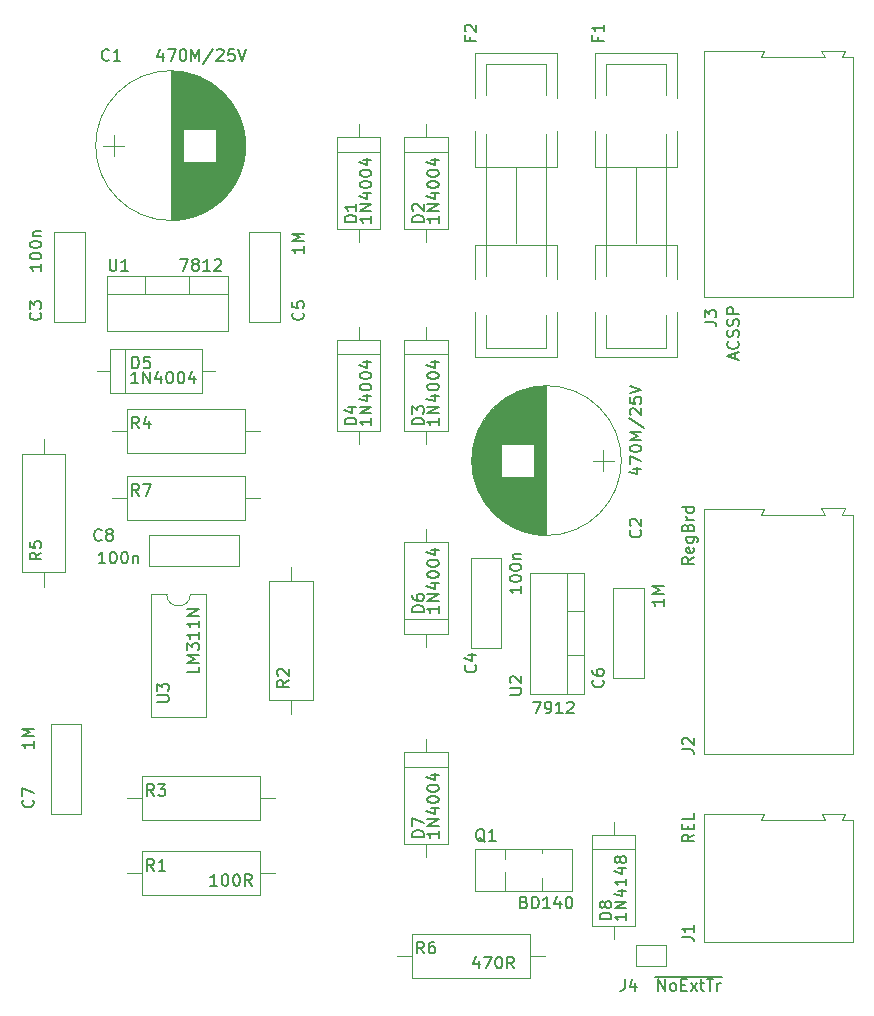
<source format=gbr>
G04 #@! TF.FileFunction,Legend,Top*
%FSLAX46Y46*%
G04 Gerber Fmt 4.6, Leading zero omitted, Abs format (unit mm)*
G04 Created by KiCad (PCBNEW 4.0.6) date Thu Apr 29 15:37:00 2021*
%MOMM*%
%LPD*%
G01*
G04 APERTURE LIST*
%ADD10C,0.100000*%
%ADD11C,0.120000*%
%ADD12C,0.150000*%
G04 APERTURE END LIST*
D10*
D11*
X92660000Y-103505000D02*
G75*
G03X92660000Y-103505000I-6340000J0D01*
G01*
X86320000Y-97205000D02*
X86320000Y-109805000D01*
X86360000Y-97205000D02*
X86360000Y-109805000D01*
X86400000Y-97205000D02*
X86400000Y-109805000D01*
X86440000Y-97206000D02*
X86440000Y-109804000D01*
X86480000Y-97207000D02*
X86480000Y-109803000D01*
X86520000Y-97208000D02*
X86520000Y-109802000D01*
X86560000Y-97209000D02*
X86560000Y-109801000D01*
X86600000Y-97211000D02*
X86600000Y-109799000D01*
X86640000Y-97213000D02*
X86640000Y-109797000D01*
X86680000Y-97215000D02*
X86680000Y-109795000D01*
X86720000Y-97217000D02*
X86720000Y-109793000D01*
X86760000Y-97220000D02*
X86760000Y-109790000D01*
X86800000Y-97223000D02*
X86800000Y-109787000D01*
X86840000Y-97226000D02*
X86840000Y-109784000D01*
X86880000Y-97229000D02*
X86880000Y-109781000D01*
X86920000Y-97233000D02*
X86920000Y-109777000D01*
X86960000Y-97237000D02*
X86960000Y-109773000D01*
X87000000Y-97241000D02*
X87000000Y-109769000D01*
X87041000Y-97246000D02*
X87041000Y-109764000D01*
X87081000Y-97250000D02*
X87081000Y-109760000D01*
X87121000Y-97255000D02*
X87121000Y-109755000D01*
X87161000Y-97260000D02*
X87161000Y-109750000D01*
X87201000Y-97266000D02*
X87201000Y-109744000D01*
X87241000Y-97272000D02*
X87241000Y-109738000D01*
X87281000Y-97278000D02*
X87281000Y-109732000D01*
X87321000Y-97284000D02*
X87321000Y-109726000D01*
X87361000Y-97290000D02*
X87361000Y-109720000D01*
X87401000Y-97297000D02*
X87401000Y-109713000D01*
X87441000Y-97304000D02*
X87441000Y-102125000D01*
X87441000Y-104885000D02*
X87441000Y-109706000D01*
X87481000Y-97312000D02*
X87481000Y-102125000D01*
X87481000Y-104885000D02*
X87481000Y-109698000D01*
X87521000Y-97319000D02*
X87521000Y-102125000D01*
X87521000Y-104885000D02*
X87521000Y-109691000D01*
X87561000Y-97327000D02*
X87561000Y-102125000D01*
X87561000Y-104885000D02*
X87561000Y-109683000D01*
X87601000Y-97335000D02*
X87601000Y-102125000D01*
X87601000Y-104885000D02*
X87601000Y-109675000D01*
X87641000Y-97343000D02*
X87641000Y-102125000D01*
X87641000Y-104885000D02*
X87641000Y-109667000D01*
X87681000Y-97352000D02*
X87681000Y-102125000D01*
X87681000Y-104885000D02*
X87681000Y-109658000D01*
X87721000Y-97361000D02*
X87721000Y-102125000D01*
X87721000Y-104885000D02*
X87721000Y-109649000D01*
X87761000Y-97370000D02*
X87761000Y-102125000D01*
X87761000Y-104885000D02*
X87761000Y-109640000D01*
X87801000Y-97380000D02*
X87801000Y-102125000D01*
X87801000Y-104885000D02*
X87801000Y-109630000D01*
X87841000Y-97389000D02*
X87841000Y-102125000D01*
X87841000Y-104885000D02*
X87841000Y-109621000D01*
X87881000Y-97399000D02*
X87881000Y-102125000D01*
X87881000Y-104885000D02*
X87881000Y-109611000D01*
X87921000Y-97410000D02*
X87921000Y-102125000D01*
X87921000Y-104885000D02*
X87921000Y-109600000D01*
X87961000Y-97420000D02*
X87961000Y-102125000D01*
X87961000Y-104885000D02*
X87961000Y-109590000D01*
X88001000Y-97431000D02*
X88001000Y-102125000D01*
X88001000Y-104885000D02*
X88001000Y-109579000D01*
X88041000Y-97442000D02*
X88041000Y-102125000D01*
X88041000Y-104885000D02*
X88041000Y-109568000D01*
X88081000Y-97454000D02*
X88081000Y-102125000D01*
X88081000Y-104885000D02*
X88081000Y-109556000D01*
X88121000Y-97465000D02*
X88121000Y-102125000D01*
X88121000Y-104885000D02*
X88121000Y-109545000D01*
X88161000Y-97477000D02*
X88161000Y-102125000D01*
X88161000Y-104885000D02*
X88161000Y-109533000D01*
X88201000Y-97490000D02*
X88201000Y-102125000D01*
X88201000Y-104885000D02*
X88201000Y-109520000D01*
X88241000Y-97502000D02*
X88241000Y-102125000D01*
X88241000Y-104885000D02*
X88241000Y-109508000D01*
X88281000Y-97515000D02*
X88281000Y-102125000D01*
X88281000Y-104885000D02*
X88281000Y-109495000D01*
X88321000Y-97528000D02*
X88321000Y-102125000D01*
X88321000Y-104885000D02*
X88321000Y-109482000D01*
X88361000Y-97542000D02*
X88361000Y-102125000D01*
X88361000Y-104885000D02*
X88361000Y-109468000D01*
X88401000Y-97555000D02*
X88401000Y-102125000D01*
X88401000Y-104885000D02*
X88401000Y-109455000D01*
X88441000Y-97569000D02*
X88441000Y-102125000D01*
X88441000Y-104885000D02*
X88441000Y-109441000D01*
X88481000Y-97584000D02*
X88481000Y-102125000D01*
X88481000Y-104885000D02*
X88481000Y-109426000D01*
X88521000Y-97598000D02*
X88521000Y-102125000D01*
X88521000Y-104885000D02*
X88521000Y-109412000D01*
X88561000Y-97613000D02*
X88561000Y-102125000D01*
X88561000Y-104885000D02*
X88561000Y-109397000D01*
X88601000Y-97629000D02*
X88601000Y-102125000D01*
X88601000Y-104885000D02*
X88601000Y-109381000D01*
X88641000Y-97644000D02*
X88641000Y-102125000D01*
X88641000Y-104885000D02*
X88641000Y-109366000D01*
X88681000Y-97660000D02*
X88681000Y-102125000D01*
X88681000Y-104885000D02*
X88681000Y-109350000D01*
X88721000Y-97676000D02*
X88721000Y-102125000D01*
X88721000Y-104885000D02*
X88721000Y-109334000D01*
X88761000Y-97693000D02*
X88761000Y-102125000D01*
X88761000Y-104885000D02*
X88761000Y-109317000D01*
X88801000Y-97710000D02*
X88801000Y-102125000D01*
X88801000Y-104885000D02*
X88801000Y-109300000D01*
X88841000Y-97727000D02*
X88841000Y-102125000D01*
X88841000Y-104885000D02*
X88841000Y-109283000D01*
X88881000Y-97744000D02*
X88881000Y-102125000D01*
X88881000Y-104885000D02*
X88881000Y-109266000D01*
X88921000Y-97762000D02*
X88921000Y-102125000D01*
X88921000Y-104885000D02*
X88921000Y-109248000D01*
X88961000Y-97780000D02*
X88961000Y-102125000D01*
X88961000Y-104885000D02*
X88961000Y-109230000D01*
X89001000Y-97799000D02*
X89001000Y-102125000D01*
X89001000Y-104885000D02*
X89001000Y-109211000D01*
X89041000Y-97818000D02*
X89041000Y-102125000D01*
X89041000Y-104885000D02*
X89041000Y-109192000D01*
X89081000Y-97837000D02*
X89081000Y-102125000D01*
X89081000Y-104885000D02*
X89081000Y-109173000D01*
X89121000Y-97856000D02*
X89121000Y-102125000D01*
X89121000Y-104885000D02*
X89121000Y-109154000D01*
X89161000Y-97876000D02*
X89161000Y-102125000D01*
X89161000Y-104885000D02*
X89161000Y-109134000D01*
X89201000Y-97896000D02*
X89201000Y-102125000D01*
X89201000Y-104885000D02*
X89201000Y-109114000D01*
X89241000Y-97917000D02*
X89241000Y-102125000D01*
X89241000Y-104885000D02*
X89241000Y-109093000D01*
X89281000Y-97938000D02*
X89281000Y-102125000D01*
X89281000Y-104885000D02*
X89281000Y-109072000D01*
X89321000Y-97959000D02*
X89321000Y-102125000D01*
X89321000Y-104885000D02*
X89321000Y-109051000D01*
X89361000Y-97981000D02*
X89361000Y-102125000D01*
X89361000Y-104885000D02*
X89361000Y-109029000D01*
X89401000Y-98003000D02*
X89401000Y-102125000D01*
X89401000Y-104885000D02*
X89401000Y-109007000D01*
X89441000Y-98025000D02*
X89441000Y-102125000D01*
X89441000Y-104885000D02*
X89441000Y-108985000D01*
X89481000Y-98048000D02*
X89481000Y-102125000D01*
X89481000Y-104885000D02*
X89481000Y-108962000D01*
X89521000Y-98071000D02*
X89521000Y-102125000D01*
X89521000Y-104885000D02*
X89521000Y-108939000D01*
X89561000Y-98095000D02*
X89561000Y-102125000D01*
X89561000Y-104885000D02*
X89561000Y-108915000D01*
X89601000Y-98119000D02*
X89601000Y-102125000D01*
X89601000Y-104885000D02*
X89601000Y-108891000D01*
X89641000Y-98143000D02*
X89641000Y-102125000D01*
X89641000Y-104885000D02*
X89641000Y-108867000D01*
X89681000Y-98168000D02*
X89681000Y-102125000D01*
X89681000Y-104885000D02*
X89681000Y-108842000D01*
X89721000Y-98193000D02*
X89721000Y-102125000D01*
X89721000Y-104885000D02*
X89721000Y-108817000D01*
X89761000Y-98219000D02*
X89761000Y-102125000D01*
X89761000Y-104885000D02*
X89761000Y-108791000D01*
X89801000Y-98245000D02*
X89801000Y-102125000D01*
X89801000Y-104885000D02*
X89801000Y-108765000D01*
X89841000Y-98271000D02*
X89841000Y-102125000D01*
X89841000Y-104885000D02*
X89841000Y-108739000D01*
X89881000Y-98298000D02*
X89881000Y-102125000D01*
X89881000Y-104885000D02*
X89881000Y-108712000D01*
X89921000Y-98326000D02*
X89921000Y-102125000D01*
X89921000Y-104885000D02*
X89921000Y-108684000D01*
X89961000Y-98354000D02*
X89961000Y-102125000D01*
X89961000Y-104885000D02*
X89961000Y-108656000D01*
X90001000Y-98382000D02*
X90001000Y-102125000D01*
X90001000Y-104885000D02*
X90001000Y-108628000D01*
X90041000Y-98411000D02*
X90041000Y-102125000D01*
X90041000Y-104885000D02*
X90041000Y-108599000D01*
X90081000Y-98440000D02*
X90081000Y-102125000D01*
X90081000Y-104885000D02*
X90081000Y-108570000D01*
X90121000Y-98470000D02*
X90121000Y-102125000D01*
X90121000Y-104885000D02*
X90121000Y-108540000D01*
X90161000Y-98500000D02*
X90161000Y-102125000D01*
X90161000Y-104885000D02*
X90161000Y-108510000D01*
X90201000Y-98530000D02*
X90201000Y-108480000D01*
X90241000Y-98562000D02*
X90241000Y-108448000D01*
X90281000Y-98593000D02*
X90281000Y-108417000D01*
X90321000Y-98626000D02*
X90321000Y-108384000D01*
X90361000Y-98658000D02*
X90361000Y-108352000D01*
X90401000Y-98692000D02*
X90401000Y-108318000D01*
X90441000Y-98726000D02*
X90441000Y-108284000D01*
X90481000Y-98760000D02*
X90481000Y-108250000D01*
X90521000Y-98795000D02*
X90521000Y-108215000D01*
X90561000Y-98831000D02*
X90561000Y-108179000D01*
X90601000Y-98867000D02*
X90601000Y-108143000D01*
X90641000Y-98904000D02*
X90641000Y-108106000D01*
X90681000Y-98942000D02*
X90681000Y-108068000D01*
X90721000Y-98980000D02*
X90721000Y-108030000D01*
X90761000Y-99019000D02*
X90761000Y-107991000D01*
X90801000Y-99058000D02*
X90801000Y-107952000D01*
X90841000Y-99099000D02*
X90841000Y-107911000D01*
X90881000Y-99140000D02*
X90881000Y-107870000D01*
X90921000Y-99182000D02*
X90921000Y-107828000D01*
X90961000Y-99224000D02*
X90961000Y-107786000D01*
X91001000Y-99267000D02*
X91001000Y-107743000D01*
X91041000Y-99312000D02*
X91041000Y-107698000D01*
X91081000Y-99357000D02*
X91081000Y-107653000D01*
X91121000Y-99403000D02*
X91121000Y-107607000D01*
X91161000Y-99449000D02*
X91161000Y-107561000D01*
X91201000Y-99497000D02*
X91201000Y-107513000D01*
X91241000Y-99546000D02*
X91241000Y-107464000D01*
X91281000Y-99596000D02*
X91281000Y-107414000D01*
X91321000Y-99646000D02*
X91321000Y-107364000D01*
X91361000Y-99698000D02*
X91361000Y-107312000D01*
X91401000Y-99751000D02*
X91401000Y-107259000D01*
X91441000Y-99805000D02*
X91441000Y-107205000D01*
X91481000Y-99861000D02*
X91481000Y-107149000D01*
X91521000Y-99917000D02*
X91521000Y-107093000D01*
X91561000Y-99975000D02*
X91561000Y-107035000D01*
X91601000Y-100035000D02*
X91601000Y-106975000D01*
X91641000Y-100096000D02*
X91641000Y-106914000D01*
X91681000Y-100158000D02*
X91681000Y-106852000D01*
X91721000Y-100223000D02*
X91721000Y-106787000D01*
X91761000Y-100288000D02*
X91761000Y-106722000D01*
X91801000Y-100356000D02*
X91801000Y-106654000D01*
X91841000Y-100426000D02*
X91841000Y-106584000D01*
X91881000Y-100498000D02*
X91881000Y-106512000D01*
X91921000Y-100572000D02*
X91921000Y-106438000D01*
X91961000Y-100649000D02*
X91961000Y-106361000D01*
X92001000Y-100728000D02*
X92001000Y-106282000D01*
X92041000Y-100810000D02*
X92041000Y-106200000D01*
X92081000Y-100895000D02*
X92081000Y-106115000D01*
X92121000Y-100984000D02*
X92121000Y-106026000D01*
X92161000Y-101077000D02*
X92161000Y-105933000D01*
X92201000Y-101174000D02*
X92201000Y-105836000D01*
X92241000Y-101275000D02*
X92241000Y-105735000D01*
X92281000Y-101383000D02*
X92281000Y-105627000D01*
X92321000Y-101496000D02*
X92321000Y-105514000D01*
X92361000Y-101617000D02*
X92361000Y-105393000D01*
X92401000Y-101748000D02*
X92401000Y-105262000D01*
X92441000Y-101889000D02*
X92441000Y-105121000D01*
X92481000Y-102045000D02*
X92481000Y-104965000D01*
X92521000Y-102220000D02*
X92521000Y-104790000D01*
X92561000Y-102423000D02*
X92561000Y-104587000D01*
X92601000Y-102674000D02*
X92601000Y-104336000D01*
X92641000Y-103041000D02*
X92641000Y-103969000D01*
X80620000Y-103505000D02*
X82420000Y-103505000D01*
X81520000Y-102605000D02*
X81520000Y-104405000D01*
X124490000Y-130175000D02*
G75*
G03X124490000Y-130175000I-6340000J0D01*
G01*
X118150000Y-136475000D02*
X118150000Y-123875000D01*
X118110000Y-136475000D02*
X118110000Y-123875000D01*
X118070000Y-136475000D02*
X118070000Y-123875000D01*
X118030000Y-136474000D02*
X118030000Y-123876000D01*
X117990000Y-136473000D02*
X117990000Y-123877000D01*
X117950000Y-136472000D02*
X117950000Y-123878000D01*
X117910000Y-136471000D02*
X117910000Y-123879000D01*
X117870000Y-136469000D02*
X117870000Y-123881000D01*
X117830000Y-136467000D02*
X117830000Y-123883000D01*
X117790000Y-136465000D02*
X117790000Y-123885000D01*
X117750000Y-136463000D02*
X117750000Y-123887000D01*
X117710000Y-136460000D02*
X117710000Y-123890000D01*
X117670000Y-136457000D02*
X117670000Y-123893000D01*
X117630000Y-136454000D02*
X117630000Y-123896000D01*
X117590000Y-136451000D02*
X117590000Y-123899000D01*
X117550000Y-136447000D02*
X117550000Y-123903000D01*
X117510000Y-136443000D02*
X117510000Y-123907000D01*
X117470000Y-136439000D02*
X117470000Y-123911000D01*
X117429000Y-136434000D02*
X117429000Y-123916000D01*
X117389000Y-136430000D02*
X117389000Y-123920000D01*
X117349000Y-136425000D02*
X117349000Y-123925000D01*
X117309000Y-136420000D02*
X117309000Y-123930000D01*
X117269000Y-136414000D02*
X117269000Y-123936000D01*
X117229000Y-136408000D02*
X117229000Y-123942000D01*
X117189000Y-136402000D02*
X117189000Y-123948000D01*
X117149000Y-136396000D02*
X117149000Y-123954000D01*
X117109000Y-136390000D02*
X117109000Y-123960000D01*
X117069000Y-136383000D02*
X117069000Y-123967000D01*
X117029000Y-136376000D02*
X117029000Y-131555000D01*
X117029000Y-128795000D02*
X117029000Y-123974000D01*
X116989000Y-136368000D02*
X116989000Y-131555000D01*
X116989000Y-128795000D02*
X116989000Y-123982000D01*
X116949000Y-136361000D02*
X116949000Y-131555000D01*
X116949000Y-128795000D02*
X116949000Y-123989000D01*
X116909000Y-136353000D02*
X116909000Y-131555000D01*
X116909000Y-128795000D02*
X116909000Y-123997000D01*
X116869000Y-136345000D02*
X116869000Y-131555000D01*
X116869000Y-128795000D02*
X116869000Y-124005000D01*
X116829000Y-136337000D02*
X116829000Y-131555000D01*
X116829000Y-128795000D02*
X116829000Y-124013000D01*
X116789000Y-136328000D02*
X116789000Y-131555000D01*
X116789000Y-128795000D02*
X116789000Y-124022000D01*
X116749000Y-136319000D02*
X116749000Y-131555000D01*
X116749000Y-128795000D02*
X116749000Y-124031000D01*
X116709000Y-136310000D02*
X116709000Y-131555000D01*
X116709000Y-128795000D02*
X116709000Y-124040000D01*
X116669000Y-136300000D02*
X116669000Y-131555000D01*
X116669000Y-128795000D02*
X116669000Y-124050000D01*
X116629000Y-136291000D02*
X116629000Y-131555000D01*
X116629000Y-128795000D02*
X116629000Y-124059000D01*
X116589000Y-136281000D02*
X116589000Y-131555000D01*
X116589000Y-128795000D02*
X116589000Y-124069000D01*
X116549000Y-136270000D02*
X116549000Y-131555000D01*
X116549000Y-128795000D02*
X116549000Y-124080000D01*
X116509000Y-136260000D02*
X116509000Y-131555000D01*
X116509000Y-128795000D02*
X116509000Y-124090000D01*
X116469000Y-136249000D02*
X116469000Y-131555000D01*
X116469000Y-128795000D02*
X116469000Y-124101000D01*
X116429000Y-136238000D02*
X116429000Y-131555000D01*
X116429000Y-128795000D02*
X116429000Y-124112000D01*
X116389000Y-136226000D02*
X116389000Y-131555000D01*
X116389000Y-128795000D02*
X116389000Y-124124000D01*
X116349000Y-136215000D02*
X116349000Y-131555000D01*
X116349000Y-128795000D02*
X116349000Y-124135000D01*
X116309000Y-136203000D02*
X116309000Y-131555000D01*
X116309000Y-128795000D02*
X116309000Y-124147000D01*
X116269000Y-136190000D02*
X116269000Y-131555000D01*
X116269000Y-128795000D02*
X116269000Y-124160000D01*
X116229000Y-136178000D02*
X116229000Y-131555000D01*
X116229000Y-128795000D02*
X116229000Y-124172000D01*
X116189000Y-136165000D02*
X116189000Y-131555000D01*
X116189000Y-128795000D02*
X116189000Y-124185000D01*
X116149000Y-136152000D02*
X116149000Y-131555000D01*
X116149000Y-128795000D02*
X116149000Y-124198000D01*
X116109000Y-136138000D02*
X116109000Y-131555000D01*
X116109000Y-128795000D02*
X116109000Y-124212000D01*
X116069000Y-136125000D02*
X116069000Y-131555000D01*
X116069000Y-128795000D02*
X116069000Y-124225000D01*
X116029000Y-136111000D02*
X116029000Y-131555000D01*
X116029000Y-128795000D02*
X116029000Y-124239000D01*
X115989000Y-136096000D02*
X115989000Y-131555000D01*
X115989000Y-128795000D02*
X115989000Y-124254000D01*
X115949000Y-136082000D02*
X115949000Y-131555000D01*
X115949000Y-128795000D02*
X115949000Y-124268000D01*
X115909000Y-136067000D02*
X115909000Y-131555000D01*
X115909000Y-128795000D02*
X115909000Y-124283000D01*
X115869000Y-136051000D02*
X115869000Y-131555000D01*
X115869000Y-128795000D02*
X115869000Y-124299000D01*
X115829000Y-136036000D02*
X115829000Y-131555000D01*
X115829000Y-128795000D02*
X115829000Y-124314000D01*
X115789000Y-136020000D02*
X115789000Y-131555000D01*
X115789000Y-128795000D02*
X115789000Y-124330000D01*
X115749000Y-136004000D02*
X115749000Y-131555000D01*
X115749000Y-128795000D02*
X115749000Y-124346000D01*
X115709000Y-135987000D02*
X115709000Y-131555000D01*
X115709000Y-128795000D02*
X115709000Y-124363000D01*
X115669000Y-135970000D02*
X115669000Y-131555000D01*
X115669000Y-128795000D02*
X115669000Y-124380000D01*
X115629000Y-135953000D02*
X115629000Y-131555000D01*
X115629000Y-128795000D02*
X115629000Y-124397000D01*
X115589000Y-135936000D02*
X115589000Y-131555000D01*
X115589000Y-128795000D02*
X115589000Y-124414000D01*
X115549000Y-135918000D02*
X115549000Y-131555000D01*
X115549000Y-128795000D02*
X115549000Y-124432000D01*
X115509000Y-135900000D02*
X115509000Y-131555000D01*
X115509000Y-128795000D02*
X115509000Y-124450000D01*
X115469000Y-135881000D02*
X115469000Y-131555000D01*
X115469000Y-128795000D02*
X115469000Y-124469000D01*
X115429000Y-135862000D02*
X115429000Y-131555000D01*
X115429000Y-128795000D02*
X115429000Y-124488000D01*
X115389000Y-135843000D02*
X115389000Y-131555000D01*
X115389000Y-128795000D02*
X115389000Y-124507000D01*
X115349000Y-135824000D02*
X115349000Y-131555000D01*
X115349000Y-128795000D02*
X115349000Y-124526000D01*
X115309000Y-135804000D02*
X115309000Y-131555000D01*
X115309000Y-128795000D02*
X115309000Y-124546000D01*
X115269000Y-135784000D02*
X115269000Y-131555000D01*
X115269000Y-128795000D02*
X115269000Y-124566000D01*
X115229000Y-135763000D02*
X115229000Y-131555000D01*
X115229000Y-128795000D02*
X115229000Y-124587000D01*
X115189000Y-135742000D02*
X115189000Y-131555000D01*
X115189000Y-128795000D02*
X115189000Y-124608000D01*
X115149000Y-135721000D02*
X115149000Y-131555000D01*
X115149000Y-128795000D02*
X115149000Y-124629000D01*
X115109000Y-135699000D02*
X115109000Y-131555000D01*
X115109000Y-128795000D02*
X115109000Y-124651000D01*
X115069000Y-135677000D02*
X115069000Y-131555000D01*
X115069000Y-128795000D02*
X115069000Y-124673000D01*
X115029000Y-135655000D02*
X115029000Y-131555000D01*
X115029000Y-128795000D02*
X115029000Y-124695000D01*
X114989000Y-135632000D02*
X114989000Y-131555000D01*
X114989000Y-128795000D02*
X114989000Y-124718000D01*
X114949000Y-135609000D02*
X114949000Y-131555000D01*
X114949000Y-128795000D02*
X114949000Y-124741000D01*
X114909000Y-135585000D02*
X114909000Y-131555000D01*
X114909000Y-128795000D02*
X114909000Y-124765000D01*
X114869000Y-135561000D02*
X114869000Y-131555000D01*
X114869000Y-128795000D02*
X114869000Y-124789000D01*
X114829000Y-135537000D02*
X114829000Y-131555000D01*
X114829000Y-128795000D02*
X114829000Y-124813000D01*
X114789000Y-135512000D02*
X114789000Y-131555000D01*
X114789000Y-128795000D02*
X114789000Y-124838000D01*
X114749000Y-135487000D02*
X114749000Y-131555000D01*
X114749000Y-128795000D02*
X114749000Y-124863000D01*
X114709000Y-135461000D02*
X114709000Y-131555000D01*
X114709000Y-128795000D02*
X114709000Y-124889000D01*
X114669000Y-135435000D02*
X114669000Y-131555000D01*
X114669000Y-128795000D02*
X114669000Y-124915000D01*
X114629000Y-135409000D02*
X114629000Y-131555000D01*
X114629000Y-128795000D02*
X114629000Y-124941000D01*
X114589000Y-135382000D02*
X114589000Y-131555000D01*
X114589000Y-128795000D02*
X114589000Y-124968000D01*
X114549000Y-135354000D02*
X114549000Y-131555000D01*
X114549000Y-128795000D02*
X114549000Y-124996000D01*
X114509000Y-135326000D02*
X114509000Y-131555000D01*
X114509000Y-128795000D02*
X114509000Y-125024000D01*
X114469000Y-135298000D02*
X114469000Y-131555000D01*
X114469000Y-128795000D02*
X114469000Y-125052000D01*
X114429000Y-135269000D02*
X114429000Y-131555000D01*
X114429000Y-128795000D02*
X114429000Y-125081000D01*
X114389000Y-135240000D02*
X114389000Y-131555000D01*
X114389000Y-128795000D02*
X114389000Y-125110000D01*
X114349000Y-135210000D02*
X114349000Y-131555000D01*
X114349000Y-128795000D02*
X114349000Y-125140000D01*
X114309000Y-135180000D02*
X114309000Y-131555000D01*
X114309000Y-128795000D02*
X114309000Y-125170000D01*
X114269000Y-135150000D02*
X114269000Y-125200000D01*
X114229000Y-135118000D02*
X114229000Y-125232000D01*
X114189000Y-135087000D02*
X114189000Y-125263000D01*
X114149000Y-135054000D02*
X114149000Y-125296000D01*
X114109000Y-135022000D02*
X114109000Y-125328000D01*
X114069000Y-134988000D02*
X114069000Y-125362000D01*
X114029000Y-134954000D02*
X114029000Y-125396000D01*
X113989000Y-134920000D02*
X113989000Y-125430000D01*
X113949000Y-134885000D02*
X113949000Y-125465000D01*
X113909000Y-134849000D02*
X113909000Y-125501000D01*
X113869000Y-134813000D02*
X113869000Y-125537000D01*
X113829000Y-134776000D02*
X113829000Y-125574000D01*
X113789000Y-134738000D02*
X113789000Y-125612000D01*
X113749000Y-134700000D02*
X113749000Y-125650000D01*
X113709000Y-134661000D02*
X113709000Y-125689000D01*
X113669000Y-134622000D02*
X113669000Y-125728000D01*
X113629000Y-134581000D02*
X113629000Y-125769000D01*
X113589000Y-134540000D02*
X113589000Y-125810000D01*
X113549000Y-134498000D02*
X113549000Y-125852000D01*
X113509000Y-134456000D02*
X113509000Y-125894000D01*
X113469000Y-134413000D02*
X113469000Y-125937000D01*
X113429000Y-134368000D02*
X113429000Y-125982000D01*
X113389000Y-134323000D02*
X113389000Y-126027000D01*
X113349000Y-134277000D02*
X113349000Y-126073000D01*
X113309000Y-134231000D02*
X113309000Y-126119000D01*
X113269000Y-134183000D02*
X113269000Y-126167000D01*
X113229000Y-134134000D02*
X113229000Y-126216000D01*
X113189000Y-134084000D02*
X113189000Y-126266000D01*
X113149000Y-134034000D02*
X113149000Y-126316000D01*
X113109000Y-133982000D02*
X113109000Y-126368000D01*
X113069000Y-133929000D02*
X113069000Y-126421000D01*
X113029000Y-133875000D02*
X113029000Y-126475000D01*
X112989000Y-133819000D02*
X112989000Y-126531000D01*
X112949000Y-133763000D02*
X112949000Y-126587000D01*
X112909000Y-133705000D02*
X112909000Y-126645000D01*
X112869000Y-133645000D02*
X112869000Y-126705000D01*
X112829000Y-133584000D02*
X112829000Y-126766000D01*
X112789000Y-133522000D02*
X112789000Y-126828000D01*
X112749000Y-133457000D02*
X112749000Y-126893000D01*
X112709000Y-133392000D02*
X112709000Y-126958000D01*
X112669000Y-133324000D02*
X112669000Y-127026000D01*
X112629000Y-133254000D02*
X112629000Y-127096000D01*
X112589000Y-133182000D02*
X112589000Y-127168000D01*
X112549000Y-133108000D02*
X112549000Y-127242000D01*
X112509000Y-133031000D02*
X112509000Y-127319000D01*
X112469000Y-132952000D02*
X112469000Y-127398000D01*
X112429000Y-132870000D02*
X112429000Y-127480000D01*
X112389000Y-132785000D02*
X112389000Y-127565000D01*
X112349000Y-132696000D02*
X112349000Y-127654000D01*
X112309000Y-132603000D02*
X112309000Y-127747000D01*
X112269000Y-132506000D02*
X112269000Y-127844000D01*
X112229000Y-132405000D02*
X112229000Y-127945000D01*
X112189000Y-132297000D02*
X112189000Y-128053000D01*
X112149000Y-132184000D02*
X112149000Y-128166000D01*
X112109000Y-132063000D02*
X112109000Y-128287000D01*
X112069000Y-131932000D02*
X112069000Y-128418000D01*
X112029000Y-131791000D02*
X112029000Y-128559000D01*
X111989000Y-131635000D02*
X111989000Y-128715000D01*
X111949000Y-131460000D02*
X111949000Y-128890000D01*
X111909000Y-131257000D02*
X111909000Y-129093000D01*
X111869000Y-131006000D02*
X111869000Y-129344000D01*
X111829000Y-130639000D02*
X111829000Y-129711000D01*
X123850000Y-130175000D02*
X122050000Y-130175000D01*
X122950000Y-131075000D02*
X122950000Y-129275000D01*
X76477500Y-118467500D02*
X76477500Y-110847500D01*
X79097500Y-118467500D02*
X79097500Y-110847500D01*
X76477500Y-118467500D02*
X79097500Y-118467500D01*
X76477500Y-110847500D02*
X79097500Y-110847500D01*
X114340000Y-138390000D02*
X114340000Y-146010000D01*
X111720000Y-138390000D02*
X111720000Y-146010000D01*
X114340000Y-138390000D02*
X111720000Y-138390000D01*
X114340000Y-146010000D02*
X111720000Y-146010000D01*
X92987500Y-118467500D02*
X92987500Y-110847500D01*
X95607500Y-118467500D02*
X95607500Y-110847500D01*
X92987500Y-118467500D02*
X95607500Y-118467500D01*
X92987500Y-110847500D02*
X95607500Y-110847500D01*
X126405000Y-140930000D02*
X126405000Y-148550000D01*
X123785000Y-140930000D02*
X123785000Y-148550000D01*
X126405000Y-140930000D02*
X123785000Y-140930000D01*
X126405000Y-148550000D02*
X123785000Y-148550000D01*
X76160000Y-160060000D02*
X76160000Y-152440000D01*
X78780000Y-160060000D02*
X78780000Y-152440000D01*
X76160000Y-160060000D02*
X78780000Y-160060000D01*
X76160000Y-152440000D02*
X78780000Y-152440000D01*
X92115000Y-139105000D02*
X84495000Y-139105000D01*
X92115000Y-136485000D02*
X84495000Y-136485000D01*
X92115000Y-139105000D02*
X92115000Y-136485000D01*
X84495000Y-139105000D02*
X84495000Y-136485000D01*
X104095000Y-102820000D02*
X100375000Y-102820000D01*
X100375000Y-102820000D02*
X100375000Y-110540000D01*
X100375000Y-110540000D02*
X104095000Y-110540000D01*
X104095000Y-110540000D02*
X104095000Y-102820000D01*
X102235000Y-101710000D02*
X102235000Y-102820000D01*
X102235000Y-111650000D02*
X102235000Y-110540000D01*
X104095000Y-104020000D02*
X100375000Y-104020000D01*
X109810000Y-102820000D02*
X106090000Y-102820000D01*
X106090000Y-102820000D02*
X106090000Y-110540000D01*
X106090000Y-110540000D02*
X109810000Y-110540000D01*
X109810000Y-110540000D02*
X109810000Y-102820000D01*
X107950000Y-101710000D02*
X107950000Y-102820000D01*
X107950000Y-111650000D02*
X107950000Y-110540000D01*
X109810000Y-104020000D02*
X106090000Y-104020000D01*
X109810000Y-119965000D02*
X106090000Y-119965000D01*
X106090000Y-119965000D02*
X106090000Y-127685000D01*
X106090000Y-127685000D02*
X109810000Y-127685000D01*
X109810000Y-127685000D02*
X109810000Y-119965000D01*
X107950000Y-118855000D02*
X107950000Y-119965000D01*
X107950000Y-128795000D02*
X107950000Y-127685000D01*
X109810000Y-121165000D02*
X106090000Y-121165000D01*
X104095000Y-119965000D02*
X100375000Y-119965000D01*
X100375000Y-119965000D02*
X100375000Y-127685000D01*
X100375000Y-127685000D02*
X104095000Y-127685000D01*
X104095000Y-127685000D02*
X104095000Y-119965000D01*
X102235000Y-118855000D02*
X102235000Y-119965000D01*
X102235000Y-128795000D02*
X102235000Y-127685000D01*
X104095000Y-121165000D02*
X100375000Y-121165000D01*
X81230000Y-120695000D02*
X81230000Y-124415000D01*
X81230000Y-124415000D02*
X88950000Y-124415000D01*
X88950000Y-124415000D02*
X88950000Y-120695000D01*
X88950000Y-120695000D02*
X81230000Y-120695000D01*
X80120000Y-122555000D02*
X81230000Y-122555000D01*
X90060000Y-122555000D02*
X88950000Y-122555000D01*
X82430000Y-120695000D02*
X82430000Y-124415000D01*
X106090000Y-144830000D02*
X109810000Y-144830000D01*
X109810000Y-144830000D02*
X109810000Y-137110000D01*
X109810000Y-137110000D02*
X106090000Y-137110000D01*
X106090000Y-137110000D02*
X106090000Y-144830000D01*
X107950000Y-145940000D02*
X107950000Y-144830000D01*
X107950000Y-136000000D02*
X107950000Y-137110000D01*
X106090000Y-143630000D02*
X109810000Y-143630000D01*
X109810000Y-154890000D02*
X106090000Y-154890000D01*
X106090000Y-154890000D02*
X106090000Y-162610000D01*
X106090000Y-162610000D02*
X109810000Y-162610000D01*
X109810000Y-162610000D02*
X109810000Y-154890000D01*
X107950000Y-153780000D02*
X107950000Y-154890000D01*
X107950000Y-163720000D02*
X107950000Y-162610000D01*
X109810000Y-156090000D02*
X106090000Y-156090000D01*
X125685000Y-161875000D02*
X121965000Y-161875000D01*
X121965000Y-161875000D02*
X121965000Y-169595000D01*
X121965000Y-169595000D02*
X125685000Y-169595000D01*
X125685000Y-169595000D02*
X125685000Y-161875000D01*
X123825000Y-160765000D02*
X123825000Y-161875000D01*
X123825000Y-170705000D02*
X123825000Y-169595000D01*
X125685000Y-163075000D02*
X121965000Y-163075000D01*
X125730000Y-111795000D02*
X125730000Y-105295000D01*
X129160000Y-111885000D02*
X129160000Y-114805000D01*
X129160000Y-121415000D02*
X129160000Y-117605000D01*
X128270000Y-120645000D02*
X128270000Y-117855000D01*
X128270000Y-111885000D02*
X128270000Y-114555000D01*
X122300000Y-121415000D02*
X122300000Y-117605000D01*
X123190000Y-120645000D02*
X123190000Y-117855000D01*
X122300000Y-111885000D02*
X122300000Y-114805000D01*
X123190000Y-111885000D02*
X123190000Y-114555000D01*
X122300000Y-105335000D02*
X122300000Y-102285000D01*
X123190000Y-105335000D02*
X123190000Y-102535000D01*
X128270000Y-105335000D02*
X128270000Y-102535000D01*
X129160000Y-105335000D02*
X129160000Y-102285000D01*
X129160000Y-95675000D02*
X129160000Y-99485000D01*
X128270000Y-96565000D02*
X128270000Y-99235000D01*
X122300000Y-95675000D02*
X122300000Y-99485000D01*
X123190000Y-96565000D02*
X123190000Y-99235000D01*
X122300000Y-95675000D02*
X129160000Y-95675000D01*
X129160000Y-105335000D02*
X128270000Y-105335000D01*
X122300000Y-105335000D02*
X123190000Y-105335000D01*
X122300000Y-121415000D02*
X129160000Y-121415000D01*
X129160000Y-111885000D02*
X128270000Y-111885000D01*
X122300000Y-111885000D02*
X123320000Y-111885000D01*
X128270000Y-102835000D02*
X128270000Y-114515000D01*
X123190000Y-114385000D02*
X123190000Y-102835000D01*
X125730000Y-111885000D02*
X123190000Y-111885000D01*
X123190000Y-120655000D02*
X128270000Y-120655000D01*
X128270000Y-111885000D02*
X125730000Y-111885000D01*
X125730000Y-105335000D02*
X123190000Y-105335000D01*
X123190000Y-96575000D02*
X128270000Y-96575000D01*
X128270000Y-105335000D02*
X125730000Y-105335000D01*
X115570000Y-111795000D02*
X115570000Y-105295000D01*
X119000000Y-111885000D02*
X119000000Y-114805000D01*
X119000000Y-121415000D02*
X119000000Y-117605000D01*
X118110000Y-120645000D02*
X118110000Y-117855000D01*
X118110000Y-111885000D02*
X118110000Y-114555000D01*
X112140000Y-121415000D02*
X112140000Y-117605000D01*
X113030000Y-120645000D02*
X113030000Y-117855000D01*
X112140000Y-111885000D02*
X112140000Y-114805000D01*
X113030000Y-111885000D02*
X113030000Y-114555000D01*
X112140000Y-105335000D02*
X112140000Y-102285000D01*
X113030000Y-105335000D02*
X113030000Y-102535000D01*
X118110000Y-105335000D02*
X118110000Y-102535000D01*
X119000000Y-105335000D02*
X119000000Y-102285000D01*
X119000000Y-95675000D02*
X119000000Y-99485000D01*
X118110000Y-96565000D02*
X118110000Y-99235000D01*
X112140000Y-95675000D02*
X112140000Y-99485000D01*
X113030000Y-96565000D02*
X113030000Y-99235000D01*
X112140000Y-95675000D02*
X119000000Y-95675000D01*
X119000000Y-105335000D02*
X118110000Y-105335000D01*
X112140000Y-105335000D02*
X113030000Y-105335000D01*
X112140000Y-121415000D02*
X119000000Y-121415000D01*
X119000000Y-111885000D02*
X118110000Y-111885000D01*
X112140000Y-111885000D02*
X113160000Y-111885000D01*
X118110000Y-102835000D02*
X118110000Y-114515000D01*
X113030000Y-114385000D02*
X113030000Y-102835000D01*
X115570000Y-111885000D02*
X113030000Y-111885000D01*
X113030000Y-120655000D02*
X118110000Y-120655000D01*
X118110000Y-111885000D02*
X115570000Y-111885000D01*
X115570000Y-105335000D02*
X113030000Y-105335000D01*
X113030000Y-96575000D02*
X118110000Y-96575000D01*
X118110000Y-105335000D02*
X115570000Y-105335000D01*
X131495000Y-170925000D02*
X144095000Y-170925000D01*
X144095000Y-170925000D02*
X144095000Y-160575000D01*
X144095000Y-160575000D02*
X143145000Y-160575000D01*
X143145000Y-160575000D02*
X143395000Y-160075000D01*
X143395000Y-160075000D02*
X141495000Y-160075000D01*
X141495000Y-160075000D02*
X141445000Y-160075000D01*
X141445000Y-160075000D02*
X141695000Y-160575000D01*
X141695000Y-160575000D02*
X136295000Y-160575000D01*
X136295000Y-160575000D02*
X136595000Y-160075000D01*
X136595000Y-160075000D02*
X131495000Y-160075000D01*
X131495000Y-160075000D02*
X131495000Y-170925000D01*
X131495000Y-155050000D02*
X131495000Y-134250000D01*
X131495000Y-134250000D02*
X136545000Y-134250000D01*
X136545000Y-134250000D02*
X136295000Y-134750000D01*
X136295000Y-134750000D02*
X141695000Y-134750000D01*
X141695000Y-134750000D02*
X141395000Y-134200000D01*
X141395000Y-134200000D02*
X143445000Y-134200000D01*
X143445000Y-134200000D02*
X143145000Y-134750000D01*
X143145000Y-134750000D02*
X144095000Y-134750000D01*
X144095000Y-134750000D02*
X144095000Y-155050000D01*
X144095000Y-155050000D02*
X131495000Y-155050000D01*
X131495000Y-116315000D02*
X131495000Y-95515000D01*
X131495000Y-95515000D02*
X136545000Y-95515000D01*
X136545000Y-95515000D02*
X136295000Y-96015000D01*
X136295000Y-96015000D02*
X141695000Y-96015000D01*
X141695000Y-96015000D02*
X141395000Y-95465000D01*
X141395000Y-95465000D02*
X143445000Y-95465000D01*
X143445000Y-95465000D02*
X143145000Y-96015000D01*
X143145000Y-96015000D02*
X144095000Y-96015000D01*
X144095000Y-96015000D02*
X144095000Y-116315000D01*
X144095000Y-116315000D02*
X131495000Y-116315000D01*
X120325000Y-166585000D02*
X112085000Y-166585000D01*
X120325000Y-163095000D02*
X112085000Y-163095000D01*
X120325000Y-166585000D02*
X120325000Y-163095000D01*
X112085000Y-166585000D02*
X112085000Y-163095000D01*
X117805000Y-166585000D02*
X117805000Y-165515000D01*
X117805000Y-163415000D02*
X117805000Y-163095000D01*
X114604000Y-166585000D02*
X114604000Y-165005000D01*
X114604000Y-163925000D02*
X114604000Y-163095000D01*
X83890000Y-163240000D02*
X83890000Y-166960000D01*
X83890000Y-166960000D02*
X93910000Y-166960000D01*
X93910000Y-166960000D02*
X93910000Y-163240000D01*
X93910000Y-163240000D02*
X83890000Y-163240000D01*
X82660000Y-165100000D02*
X83890000Y-165100000D01*
X95140000Y-165100000D02*
X93910000Y-165100000D01*
X98380000Y-140405000D02*
X94660000Y-140405000D01*
X94660000Y-140405000D02*
X94660000Y-150425000D01*
X94660000Y-150425000D02*
X98380000Y-150425000D01*
X98380000Y-150425000D02*
X98380000Y-140405000D01*
X96520000Y-139175000D02*
X96520000Y-140405000D01*
X96520000Y-151655000D02*
X96520000Y-150425000D01*
X93910000Y-160610000D02*
X93910000Y-156890000D01*
X93910000Y-156890000D02*
X83890000Y-156890000D01*
X83890000Y-156890000D02*
X83890000Y-160610000D01*
X83890000Y-160610000D02*
X93910000Y-160610000D01*
X95140000Y-158750000D02*
X93910000Y-158750000D01*
X82660000Y-158750000D02*
X83890000Y-158750000D01*
X92640000Y-129495000D02*
X92640000Y-125775000D01*
X92640000Y-125775000D02*
X82620000Y-125775000D01*
X82620000Y-125775000D02*
X82620000Y-129495000D01*
X82620000Y-129495000D02*
X92640000Y-129495000D01*
X93870000Y-127635000D02*
X92640000Y-127635000D01*
X81390000Y-127635000D02*
X82620000Y-127635000D01*
X73705000Y-139630000D02*
X77425000Y-139630000D01*
X77425000Y-139630000D02*
X77425000Y-129610000D01*
X77425000Y-129610000D02*
X73705000Y-129610000D01*
X73705000Y-129610000D02*
X73705000Y-139630000D01*
X75565000Y-140860000D02*
X75565000Y-139630000D01*
X75565000Y-128380000D02*
X75565000Y-129610000D01*
X116770000Y-173945000D02*
X116770000Y-170225000D01*
X116770000Y-170225000D02*
X106750000Y-170225000D01*
X106750000Y-170225000D02*
X106750000Y-173945000D01*
X106750000Y-173945000D02*
X116770000Y-173945000D01*
X118000000Y-172085000D02*
X116770000Y-172085000D01*
X105520000Y-172085000D02*
X106750000Y-172085000D01*
X92640000Y-135210000D02*
X92640000Y-131490000D01*
X92640000Y-131490000D02*
X82620000Y-131490000D01*
X82620000Y-131490000D02*
X82620000Y-135210000D01*
X82620000Y-135210000D02*
X92640000Y-135210000D01*
X93870000Y-133350000D02*
X92640000Y-133350000D01*
X81390000Y-133350000D02*
X82620000Y-133350000D01*
X80922500Y-114537500D02*
X91162500Y-114537500D01*
X80922500Y-119178500D02*
X91162500Y-119178500D01*
X80922500Y-114537500D02*
X80922500Y-119178500D01*
X91162500Y-114537500D02*
X91162500Y-119178500D01*
X80922500Y-116047500D02*
X91162500Y-116047500D01*
X84192500Y-114537500D02*
X84192500Y-116047500D01*
X87893500Y-114537500D02*
X87893500Y-116047500D01*
X121365000Y-139660000D02*
X121365000Y-149900000D01*
X116724000Y-139660000D02*
X116724000Y-149900000D01*
X121365000Y-139660000D02*
X116724000Y-139660000D01*
X121365000Y-149900000D02*
X116724000Y-149900000D01*
X119855000Y-139660000D02*
X119855000Y-149900000D01*
X121365000Y-142930000D02*
X119855000Y-142930000D01*
X121365000Y-146631000D02*
X119855000Y-146631000D01*
X87995000Y-141485000D02*
G75*
G02X85995000Y-141485000I-1000000J0D01*
G01*
X85995000Y-141485000D02*
X84625000Y-141485000D01*
X84625000Y-141485000D02*
X84625000Y-151885000D01*
X84625000Y-151885000D02*
X89365000Y-151885000D01*
X89365000Y-151885000D02*
X89365000Y-141485000D01*
X89365000Y-141485000D02*
X87995000Y-141485000D01*
X125730000Y-172975000D02*
X128270000Y-172975000D01*
X128270000Y-171195000D02*
X125730000Y-171195000D01*
X128270000Y-171195000D02*
X128270000Y-172975000D01*
X125730000Y-172975000D02*
X125730000Y-171195000D01*
D12*
X81113334Y-96242143D02*
X81065715Y-96289762D01*
X80922858Y-96337381D01*
X80827620Y-96337381D01*
X80684762Y-96289762D01*
X80589524Y-96194524D01*
X80541905Y-96099286D01*
X80494286Y-95908810D01*
X80494286Y-95765952D01*
X80541905Y-95575476D01*
X80589524Y-95480238D01*
X80684762Y-95385000D01*
X80827620Y-95337381D01*
X80922858Y-95337381D01*
X81065715Y-95385000D01*
X81113334Y-95432619D01*
X82065715Y-96337381D02*
X81494286Y-96337381D01*
X81780000Y-96337381D02*
X81780000Y-95337381D01*
X81684762Y-95480238D01*
X81589524Y-95575476D01*
X81494286Y-95623095D01*
X85661905Y-95670714D02*
X85661905Y-96337381D01*
X85423809Y-95289762D02*
X85185714Y-96004048D01*
X85804762Y-96004048D01*
X86090476Y-95337381D02*
X86757143Y-95337381D01*
X86328571Y-96337381D01*
X87328571Y-95337381D02*
X87423810Y-95337381D01*
X87519048Y-95385000D01*
X87566667Y-95432619D01*
X87614286Y-95527857D01*
X87661905Y-95718333D01*
X87661905Y-95956429D01*
X87614286Y-96146905D01*
X87566667Y-96242143D01*
X87519048Y-96289762D01*
X87423810Y-96337381D01*
X87328571Y-96337381D01*
X87233333Y-96289762D01*
X87185714Y-96242143D01*
X87138095Y-96146905D01*
X87090476Y-95956429D01*
X87090476Y-95718333D01*
X87138095Y-95527857D01*
X87185714Y-95432619D01*
X87233333Y-95385000D01*
X87328571Y-95337381D01*
X88090476Y-96337381D02*
X88090476Y-95337381D01*
X88423810Y-96051667D01*
X88757143Y-95337381D01*
X88757143Y-96337381D01*
X89947619Y-95289762D02*
X89090476Y-96575476D01*
X90233333Y-95432619D02*
X90280952Y-95385000D01*
X90376190Y-95337381D01*
X90614286Y-95337381D01*
X90709524Y-95385000D01*
X90757143Y-95432619D01*
X90804762Y-95527857D01*
X90804762Y-95623095D01*
X90757143Y-95765952D01*
X90185714Y-96337381D01*
X90804762Y-96337381D01*
X91709524Y-95337381D02*
X91233333Y-95337381D01*
X91185714Y-95813571D01*
X91233333Y-95765952D01*
X91328571Y-95718333D01*
X91566667Y-95718333D01*
X91661905Y-95765952D01*
X91709524Y-95813571D01*
X91757143Y-95908810D01*
X91757143Y-96146905D01*
X91709524Y-96242143D01*
X91661905Y-96289762D01*
X91566667Y-96337381D01*
X91328571Y-96337381D01*
X91233333Y-96289762D01*
X91185714Y-96242143D01*
X92042857Y-95337381D02*
X92376190Y-96337381D01*
X92709524Y-95337381D01*
X126087143Y-136056666D02*
X126134762Y-136104285D01*
X126182381Y-136247142D01*
X126182381Y-136342380D01*
X126134762Y-136485238D01*
X126039524Y-136580476D01*
X125944286Y-136628095D01*
X125753810Y-136675714D01*
X125610952Y-136675714D01*
X125420476Y-136628095D01*
X125325238Y-136580476D01*
X125230000Y-136485238D01*
X125182381Y-136342380D01*
X125182381Y-136247142D01*
X125230000Y-136104285D01*
X125277619Y-136056666D01*
X125277619Y-135675714D02*
X125230000Y-135628095D01*
X125182381Y-135532857D01*
X125182381Y-135294761D01*
X125230000Y-135199523D01*
X125277619Y-135151904D01*
X125372857Y-135104285D01*
X125468095Y-135104285D01*
X125610952Y-135151904D01*
X126182381Y-135723333D01*
X126182381Y-135104285D01*
X125515714Y-130873095D02*
X126182381Y-130873095D01*
X125134762Y-131111191D02*
X125849048Y-131349286D01*
X125849048Y-130730238D01*
X125182381Y-130444524D02*
X125182381Y-129777857D01*
X126182381Y-130206429D01*
X125182381Y-129206429D02*
X125182381Y-129111190D01*
X125230000Y-129015952D01*
X125277619Y-128968333D01*
X125372857Y-128920714D01*
X125563333Y-128873095D01*
X125801429Y-128873095D01*
X125991905Y-128920714D01*
X126087143Y-128968333D01*
X126134762Y-129015952D01*
X126182381Y-129111190D01*
X126182381Y-129206429D01*
X126134762Y-129301667D01*
X126087143Y-129349286D01*
X125991905Y-129396905D01*
X125801429Y-129444524D01*
X125563333Y-129444524D01*
X125372857Y-129396905D01*
X125277619Y-129349286D01*
X125230000Y-129301667D01*
X125182381Y-129206429D01*
X126182381Y-128444524D02*
X125182381Y-128444524D01*
X125896667Y-128111190D01*
X125182381Y-127777857D01*
X126182381Y-127777857D01*
X125134762Y-126587381D02*
X126420476Y-127444524D01*
X125277619Y-126301667D02*
X125230000Y-126254048D01*
X125182381Y-126158810D01*
X125182381Y-125920714D01*
X125230000Y-125825476D01*
X125277619Y-125777857D01*
X125372857Y-125730238D01*
X125468095Y-125730238D01*
X125610952Y-125777857D01*
X126182381Y-126349286D01*
X126182381Y-125730238D01*
X125182381Y-124825476D02*
X125182381Y-125301667D01*
X125658571Y-125349286D01*
X125610952Y-125301667D01*
X125563333Y-125206429D01*
X125563333Y-124968333D01*
X125610952Y-124873095D01*
X125658571Y-124825476D01*
X125753810Y-124777857D01*
X125991905Y-124777857D01*
X126087143Y-124825476D01*
X126134762Y-124873095D01*
X126182381Y-124968333D01*
X126182381Y-125206429D01*
X126134762Y-125301667D01*
X126087143Y-125349286D01*
X125182381Y-124492143D02*
X126182381Y-124158810D01*
X125182381Y-123825476D01*
X75287143Y-117641666D02*
X75334762Y-117689285D01*
X75382381Y-117832142D01*
X75382381Y-117927380D01*
X75334762Y-118070238D01*
X75239524Y-118165476D01*
X75144286Y-118213095D01*
X74953810Y-118260714D01*
X74810952Y-118260714D01*
X74620476Y-118213095D01*
X74525238Y-118165476D01*
X74430000Y-118070238D01*
X74382381Y-117927380D01*
X74382381Y-117832142D01*
X74430000Y-117689285D01*
X74477619Y-117641666D01*
X74382381Y-117308333D02*
X74382381Y-116689285D01*
X74763333Y-117022619D01*
X74763333Y-116879761D01*
X74810952Y-116784523D01*
X74858571Y-116736904D01*
X74953810Y-116689285D01*
X75191905Y-116689285D01*
X75287143Y-116736904D01*
X75334762Y-116784523D01*
X75382381Y-116879761D01*
X75382381Y-117165476D01*
X75334762Y-117260714D01*
X75287143Y-117308333D01*
X75382381Y-113514047D02*
X75382381Y-114085476D01*
X75382381Y-113799762D02*
X74382381Y-113799762D01*
X74525238Y-113895000D01*
X74620476Y-113990238D01*
X74668095Y-114085476D01*
X74382381Y-112895000D02*
X74382381Y-112799761D01*
X74430000Y-112704523D01*
X74477619Y-112656904D01*
X74572857Y-112609285D01*
X74763333Y-112561666D01*
X75001429Y-112561666D01*
X75191905Y-112609285D01*
X75287143Y-112656904D01*
X75334762Y-112704523D01*
X75382381Y-112799761D01*
X75382381Y-112895000D01*
X75334762Y-112990238D01*
X75287143Y-113037857D01*
X75191905Y-113085476D01*
X75001429Y-113133095D01*
X74763333Y-113133095D01*
X74572857Y-113085476D01*
X74477619Y-113037857D01*
X74430000Y-112990238D01*
X74382381Y-112895000D01*
X74382381Y-111942619D02*
X74382381Y-111847380D01*
X74430000Y-111752142D01*
X74477619Y-111704523D01*
X74572857Y-111656904D01*
X74763333Y-111609285D01*
X75001429Y-111609285D01*
X75191905Y-111656904D01*
X75287143Y-111704523D01*
X75334762Y-111752142D01*
X75382381Y-111847380D01*
X75382381Y-111942619D01*
X75334762Y-112037857D01*
X75287143Y-112085476D01*
X75191905Y-112133095D01*
X75001429Y-112180714D01*
X74763333Y-112180714D01*
X74572857Y-112133095D01*
X74477619Y-112085476D01*
X74430000Y-112037857D01*
X74382381Y-111942619D01*
X74715714Y-111180714D02*
X75382381Y-111180714D01*
X74810952Y-111180714D02*
X74763333Y-111133095D01*
X74715714Y-111037857D01*
X74715714Y-110894999D01*
X74763333Y-110799761D01*
X74858571Y-110752142D01*
X75382381Y-110752142D01*
X112117143Y-147486666D02*
X112164762Y-147534285D01*
X112212381Y-147677142D01*
X112212381Y-147772380D01*
X112164762Y-147915238D01*
X112069524Y-148010476D01*
X111974286Y-148058095D01*
X111783810Y-148105714D01*
X111640952Y-148105714D01*
X111450476Y-148058095D01*
X111355238Y-148010476D01*
X111260000Y-147915238D01*
X111212381Y-147772380D01*
X111212381Y-147677142D01*
X111260000Y-147534285D01*
X111307619Y-147486666D01*
X111545714Y-146629523D02*
X112212381Y-146629523D01*
X111164762Y-146867619D02*
X111879048Y-147105714D01*
X111879048Y-146486666D01*
X116022381Y-140819047D02*
X116022381Y-141390476D01*
X116022381Y-141104762D02*
X115022381Y-141104762D01*
X115165238Y-141200000D01*
X115260476Y-141295238D01*
X115308095Y-141390476D01*
X115022381Y-140200000D02*
X115022381Y-140104761D01*
X115070000Y-140009523D01*
X115117619Y-139961904D01*
X115212857Y-139914285D01*
X115403333Y-139866666D01*
X115641429Y-139866666D01*
X115831905Y-139914285D01*
X115927143Y-139961904D01*
X115974762Y-140009523D01*
X116022381Y-140104761D01*
X116022381Y-140200000D01*
X115974762Y-140295238D01*
X115927143Y-140342857D01*
X115831905Y-140390476D01*
X115641429Y-140438095D01*
X115403333Y-140438095D01*
X115212857Y-140390476D01*
X115117619Y-140342857D01*
X115070000Y-140295238D01*
X115022381Y-140200000D01*
X115022381Y-139247619D02*
X115022381Y-139152380D01*
X115070000Y-139057142D01*
X115117619Y-139009523D01*
X115212857Y-138961904D01*
X115403333Y-138914285D01*
X115641429Y-138914285D01*
X115831905Y-138961904D01*
X115927143Y-139009523D01*
X115974762Y-139057142D01*
X116022381Y-139152380D01*
X116022381Y-139247619D01*
X115974762Y-139342857D01*
X115927143Y-139390476D01*
X115831905Y-139438095D01*
X115641429Y-139485714D01*
X115403333Y-139485714D01*
X115212857Y-139438095D01*
X115117619Y-139390476D01*
X115070000Y-139342857D01*
X115022381Y-139247619D01*
X115355714Y-138485714D02*
X116022381Y-138485714D01*
X115450952Y-138485714D02*
X115403333Y-138438095D01*
X115355714Y-138342857D01*
X115355714Y-138199999D01*
X115403333Y-138104761D01*
X115498571Y-138057142D01*
X116022381Y-138057142D01*
X97512143Y-117641666D02*
X97559762Y-117689285D01*
X97607381Y-117832142D01*
X97607381Y-117927380D01*
X97559762Y-118070238D01*
X97464524Y-118165476D01*
X97369286Y-118213095D01*
X97178810Y-118260714D01*
X97035952Y-118260714D01*
X96845476Y-118213095D01*
X96750238Y-118165476D01*
X96655000Y-118070238D01*
X96607381Y-117927380D01*
X96607381Y-117832142D01*
X96655000Y-117689285D01*
X96702619Y-117641666D01*
X96607381Y-116736904D02*
X96607381Y-117213095D01*
X97083571Y-117260714D01*
X97035952Y-117213095D01*
X96988333Y-117117857D01*
X96988333Y-116879761D01*
X97035952Y-116784523D01*
X97083571Y-116736904D01*
X97178810Y-116689285D01*
X97416905Y-116689285D01*
X97512143Y-116736904D01*
X97559762Y-116784523D01*
X97607381Y-116879761D01*
X97607381Y-117117857D01*
X97559762Y-117213095D01*
X97512143Y-117260714D01*
X97607381Y-112045714D02*
X97607381Y-112617143D01*
X97607381Y-112331429D02*
X96607381Y-112331429D01*
X96750238Y-112426667D01*
X96845476Y-112521905D01*
X96893095Y-112617143D01*
X97607381Y-111617143D02*
X96607381Y-111617143D01*
X97321667Y-111283809D01*
X96607381Y-110950476D01*
X97607381Y-110950476D01*
X122912143Y-148756666D02*
X122959762Y-148804285D01*
X123007381Y-148947142D01*
X123007381Y-149042380D01*
X122959762Y-149185238D01*
X122864524Y-149280476D01*
X122769286Y-149328095D01*
X122578810Y-149375714D01*
X122435952Y-149375714D01*
X122245476Y-149328095D01*
X122150238Y-149280476D01*
X122055000Y-149185238D01*
X122007381Y-149042380D01*
X122007381Y-148947142D01*
X122055000Y-148804285D01*
X122102619Y-148756666D01*
X122007381Y-147899523D02*
X122007381Y-148090000D01*
X122055000Y-148185238D01*
X122102619Y-148232857D01*
X122245476Y-148328095D01*
X122435952Y-148375714D01*
X122816905Y-148375714D01*
X122912143Y-148328095D01*
X122959762Y-148280476D01*
X123007381Y-148185238D01*
X123007381Y-147994761D01*
X122959762Y-147899523D01*
X122912143Y-147851904D01*
X122816905Y-147804285D01*
X122578810Y-147804285D01*
X122483571Y-147851904D01*
X122435952Y-147899523D01*
X122388333Y-147994761D01*
X122388333Y-148185238D01*
X122435952Y-148280476D01*
X122483571Y-148328095D01*
X122578810Y-148375714D01*
X128087381Y-141890714D02*
X128087381Y-142462143D01*
X128087381Y-142176429D02*
X127087381Y-142176429D01*
X127230238Y-142271667D01*
X127325476Y-142366905D01*
X127373095Y-142462143D01*
X128087381Y-141462143D02*
X127087381Y-141462143D01*
X127801667Y-141128809D01*
X127087381Y-140795476D01*
X128087381Y-140795476D01*
X74652143Y-158916666D02*
X74699762Y-158964285D01*
X74747381Y-159107142D01*
X74747381Y-159202380D01*
X74699762Y-159345238D01*
X74604524Y-159440476D01*
X74509286Y-159488095D01*
X74318810Y-159535714D01*
X74175952Y-159535714D01*
X73985476Y-159488095D01*
X73890238Y-159440476D01*
X73795000Y-159345238D01*
X73747381Y-159202380D01*
X73747381Y-159107142D01*
X73795000Y-158964285D01*
X73842619Y-158916666D01*
X73747381Y-158583333D02*
X73747381Y-157916666D01*
X74747381Y-158345238D01*
X74747381Y-153955714D02*
X74747381Y-154527143D01*
X74747381Y-154241429D02*
X73747381Y-154241429D01*
X73890238Y-154336667D01*
X73985476Y-154431905D01*
X74033095Y-154527143D01*
X74747381Y-153527143D02*
X73747381Y-153527143D01*
X74461667Y-153193809D01*
X73747381Y-152860476D01*
X74747381Y-152860476D01*
X80478334Y-136882143D02*
X80430715Y-136929762D01*
X80287858Y-136977381D01*
X80192620Y-136977381D01*
X80049762Y-136929762D01*
X79954524Y-136834524D01*
X79906905Y-136739286D01*
X79859286Y-136548810D01*
X79859286Y-136405952D01*
X79906905Y-136215476D01*
X79954524Y-136120238D01*
X80049762Y-136025000D01*
X80192620Y-135977381D01*
X80287858Y-135977381D01*
X80430715Y-136025000D01*
X80478334Y-136072619D01*
X81049762Y-136405952D02*
X80954524Y-136358333D01*
X80906905Y-136310714D01*
X80859286Y-136215476D01*
X80859286Y-136167857D01*
X80906905Y-136072619D01*
X80954524Y-136025000D01*
X81049762Y-135977381D01*
X81240239Y-135977381D01*
X81335477Y-136025000D01*
X81383096Y-136072619D01*
X81430715Y-136167857D01*
X81430715Y-136215476D01*
X81383096Y-136310714D01*
X81335477Y-136358333D01*
X81240239Y-136405952D01*
X81049762Y-136405952D01*
X80954524Y-136453571D01*
X80906905Y-136501190D01*
X80859286Y-136596429D01*
X80859286Y-136786905D01*
X80906905Y-136882143D01*
X80954524Y-136929762D01*
X81049762Y-136977381D01*
X81240239Y-136977381D01*
X81335477Y-136929762D01*
X81383096Y-136882143D01*
X81430715Y-136786905D01*
X81430715Y-136596429D01*
X81383096Y-136501190D01*
X81335477Y-136453571D01*
X81240239Y-136405952D01*
X80795953Y-138882381D02*
X80224524Y-138882381D01*
X80510238Y-138882381D02*
X80510238Y-137882381D01*
X80415000Y-138025238D01*
X80319762Y-138120476D01*
X80224524Y-138168095D01*
X81415000Y-137882381D02*
X81510239Y-137882381D01*
X81605477Y-137930000D01*
X81653096Y-137977619D01*
X81700715Y-138072857D01*
X81748334Y-138263333D01*
X81748334Y-138501429D01*
X81700715Y-138691905D01*
X81653096Y-138787143D01*
X81605477Y-138834762D01*
X81510239Y-138882381D01*
X81415000Y-138882381D01*
X81319762Y-138834762D01*
X81272143Y-138787143D01*
X81224524Y-138691905D01*
X81176905Y-138501429D01*
X81176905Y-138263333D01*
X81224524Y-138072857D01*
X81272143Y-137977619D01*
X81319762Y-137930000D01*
X81415000Y-137882381D01*
X82367381Y-137882381D02*
X82462620Y-137882381D01*
X82557858Y-137930000D01*
X82605477Y-137977619D01*
X82653096Y-138072857D01*
X82700715Y-138263333D01*
X82700715Y-138501429D01*
X82653096Y-138691905D01*
X82605477Y-138787143D01*
X82557858Y-138834762D01*
X82462620Y-138882381D01*
X82367381Y-138882381D01*
X82272143Y-138834762D01*
X82224524Y-138787143D01*
X82176905Y-138691905D01*
X82129286Y-138501429D01*
X82129286Y-138263333D01*
X82176905Y-138072857D01*
X82224524Y-137977619D01*
X82272143Y-137930000D01*
X82367381Y-137882381D01*
X83129286Y-138215714D02*
X83129286Y-138882381D01*
X83129286Y-138310952D02*
X83176905Y-138263333D01*
X83272143Y-138215714D01*
X83415001Y-138215714D01*
X83510239Y-138263333D01*
X83557858Y-138358571D01*
X83557858Y-138882381D01*
X102052381Y-109958095D02*
X101052381Y-109958095D01*
X101052381Y-109720000D01*
X101100000Y-109577142D01*
X101195238Y-109481904D01*
X101290476Y-109434285D01*
X101480952Y-109386666D01*
X101623810Y-109386666D01*
X101814286Y-109434285D01*
X101909524Y-109481904D01*
X102004762Y-109577142D01*
X102052381Y-109720000D01*
X102052381Y-109958095D01*
X102052381Y-108434285D02*
X102052381Y-109005714D01*
X102052381Y-108720000D02*
X101052381Y-108720000D01*
X101195238Y-108815238D01*
X101290476Y-108910476D01*
X101338095Y-109005714D01*
X103322381Y-109457857D02*
X103322381Y-110029286D01*
X103322381Y-109743572D02*
X102322381Y-109743572D01*
X102465238Y-109838810D01*
X102560476Y-109934048D01*
X102608095Y-110029286D01*
X103322381Y-109029286D02*
X102322381Y-109029286D01*
X103322381Y-108457857D01*
X102322381Y-108457857D01*
X102655714Y-107553095D02*
X103322381Y-107553095D01*
X102274762Y-107791191D02*
X102989048Y-108029286D01*
X102989048Y-107410238D01*
X102322381Y-106838810D02*
X102322381Y-106743571D01*
X102370000Y-106648333D01*
X102417619Y-106600714D01*
X102512857Y-106553095D01*
X102703333Y-106505476D01*
X102941429Y-106505476D01*
X103131905Y-106553095D01*
X103227143Y-106600714D01*
X103274762Y-106648333D01*
X103322381Y-106743571D01*
X103322381Y-106838810D01*
X103274762Y-106934048D01*
X103227143Y-106981667D01*
X103131905Y-107029286D01*
X102941429Y-107076905D01*
X102703333Y-107076905D01*
X102512857Y-107029286D01*
X102417619Y-106981667D01*
X102370000Y-106934048D01*
X102322381Y-106838810D01*
X102322381Y-105886429D02*
X102322381Y-105791190D01*
X102370000Y-105695952D01*
X102417619Y-105648333D01*
X102512857Y-105600714D01*
X102703333Y-105553095D01*
X102941429Y-105553095D01*
X103131905Y-105600714D01*
X103227143Y-105648333D01*
X103274762Y-105695952D01*
X103322381Y-105791190D01*
X103322381Y-105886429D01*
X103274762Y-105981667D01*
X103227143Y-106029286D01*
X103131905Y-106076905D01*
X102941429Y-106124524D01*
X102703333Y-106124524D01*
X102512857Y-106076905D01*
X102417619Y-106029286D01*
X102370000Y-105981667D01*
X102322381Y-105886429D01*
X102655714Y-104695952D02*
X103322381Y-104695952D01*
X102274762Y-104934048D02*
X102989048Y-105172143D01*
X102989048Y-104553095D01*
X107767381Y-109958095D02*
X106767381Y-109958095D01*
X106767381Y-109720000D01*
X106815000Y-109577142D01*
X106910238Y-109481904D01*
X107005476Y-109434285D01*
X107195952Y-109386666D01*
X107338810Y-109386666D01*
X107529286Y-109434285D01*
X107624524Y-109481904D01*
X107719762Y-109577142D01*
X107767381Y-109720000D01*
X107767381Y-109958095D01*
X106862619Y-109005714D02*
X106815000Y-108958095D01*
X106767381Y-108862857D01*
X106767381Y-108624761D01*
X106815000Y-108529523D01*
X106862619Y-108481904D01*
X106957857Y-108434285D01*
X107053095Y-108434285D01*
X107195952Y-108481904D01*
X107767381Y-109053333D01*
X107767381Y-108434285D01*
X109037381Y-109457857D02*
X109037381Y-110029286D01*
X109037381Y-109743572D02*
X108037381Y-109743572D01*
X108180238Y-109838810D01*
X108275476Y-109934048D01*
X108323095Y-110029286D01*
X109037381Y-109029286D02*
X108037381Y-109029286D01*
X109037381Y-108457857D01*
X108037381Y-108457857D01*
X108370714Y-107553095D02*
X109037381Y-107553095D01*
X107989762Y-107791191D02*
X108704048Y-108029286D01*
X108704048Y-107410238D01*
X108037381Y-106838810D02*
X108037381Y-106743571D01*
X108085000Y-106648333D01*
X108132619Y-106600714D01*
X108227857Y-106553095D01*
X108418333Y-106505476D01*
X108656429Y-106505476D01*
X108846905Y-106553095D01*
X108942143Y-106600714D01*
X108989762Y-106648333D01*
X109037381Y-106743571D01*
X109037381Y-106838810D01*
X108989762Y-106934048D01*
X108942143Y-106981667D01*
X108846905Y-107029286D01*
X108656429Y-107076905D01*
X108418333Y-107076905D01*
X108227857Y-107029286D01*
X108132619Y-106981667D01*
X108085000Y-106934048D01*
X108037381Y-106838810D01*
X108037381Y-105886429D02*
X108037381Y-105791190D01*
X108085000Y-105695952D01*
X108132619Y-105648333D01*
X108227857Y-105600714D01*
X108418333Y-105553095D01*
X108656429Y-105553095D01*
X108846905Y-105600714D01*
X108942143Y-105648333D01*
X108989762Y-105695952D01*
X109037381Y-105791190D01*
X109037381Y-105886429D01*
X108989762Y-105981667D01*
X108942143Y-106029286D01*
X108846905Y-106076905D01*
X108656429Y-106124524D01*
X108418333Y-106124524D01*
X108227857Y-106076905D01*
X108132619Y-106029286D01*
X108085000Y-105981667D01*
X108037381Y-105886429D01*
X108370714Y-104695952D02*
X109037381Y-104695952D01*
X107989762Y-104934048D02*
X108704048Y-105172143D01*
X108704048Y-104553095D01*
X107767381Y-127103095D02*
X106767381Y-127103095D01*
X106767381Y-126865000D01*
X106815000Y-126722142D01*
X106910238Y-126626904D01*
X107005476Y-126579285D01*
X107195952Y-126531666D01*
X107338810Y-126531666D01*
X107529286Y-126579285D01*
X107624524Y-126626904D01*
X107719762Y-126722142D01*
X107767381Y-126865000D01*
X107767381Y-127103095D01*
X106767381Y-126198333D02*
X106767381Y-125579285D01*
X107148333Y-125912619D01*
X107148333Y-125769761D01*
X107195952Y-125674523D01*
X107243571Y-125626904D01*
X107338810Y-125579285D01*
X107576905Y-125579285D01*
X107672143Y-125626904D01*
X107719762Y-125674523D01*
X107767381Y-125769761D01*
X107767381Y-126055476D01*
X107719762Y-126150714D01*
X107672143Y-126198333D01*
X109037381Y-126602857D02*
X109037381Y-127174286D01*
X109037381Y-126888572D02*
X108037381Y-126888572D01*
X108180238Y-126983810D01*
X108275476Y-127079048D01*
X108323095Y-127174286D01*
X109037381Y-126174286D02*
X108037381Y-126174286D01*
X109037381Y-125602857D01*
X108037381Y-125602857D01*
X108370714Y-124698095D02*
X109037381Y-124698095D01*
X107989762Y-124936191D02*
X108704048Y-125174286D01*
X108704048Y-124555238D01*
X108037381Y-123983810D02*
X108037381Y-123888571D01*
X108085000Y-123793333D01*
X108132619Y-123745714D01*
X108227857Y-123698095D01*
X108418333Y-123650476D01*
X108656429Y-123650476D01*
X108846905Y-123698095D01*
X108942143Y-123745714D01*
X108989762Y-123793333D01*
X109037381Y-123888571D01*
X109037381Y-123983810D01*
X108989762Y-124079048D01*
X108942143Y-124126667D01*
X108846905Y-124174286D01*
X108656429Y-124221905D01*
X108418333Y-124221905D01*
X108227857Y-124174286D01*
X108132619Y-124126667D01*
X108085000Y-124079048D01*
X108037381Y-123983810D01*
X108037381Y-123031429D02*
X108037381Y-122936190D01*
X108085000Y-122840952D01*
X108132619Y-122793333D01*
X108227857Y-122745714D01*
X108418333Y-122698095D01*
X108656429Y-122698095D01*
X108846905Y-122745714D01*
X108942143Y-122793333D01*
X108989762Y-122840952D01*
X109037381Y-122936190D01*
X109037381Y-123031429D01*
X108989762Y-123126667D01*
X108942143Y-123174286D01*
X108846905Y-123221905D01*
X108656429Y-123269524D01*
X108418333Y-123269524D01*
X108227857Y-123221905D01*
X108132619Y-123174286D01*
X108085000Y-123126667D01*
X108037381Y-123031429D01*
X108370714Y-121840952D02*
X109037381Y-121840952D01*
X107989762Y-122079048D02*
X108704048Y-122317143D01*
X108704048Y-121698095D01*
X102052381Y-127103095D02*
X101052381Y-127103095D01*
X101052381Y-126865000D01*
X101100000Y-126722142D01*
X101195238Y-126626904D01*
X101290476Y-126579285D01*
X101480952Y-126531666D01*
X101623810Y-126531666D01*
X101814286Y-126579285D01*
X101909524Y-126626904D01*
X102004762Y-126722142D01*
X102052381Y-126865000D01*
X102052381Y-127103095D01*
X101385714Y-125674523D02*
X102052381Y-125674523D01*
X101004762Y-125912619D02*
X101719048Y-126150714D01*
X101719048Y-125531666D01*
X103322381Y-126602857D02*
X103322381Y-127174286D01*
X103322381Y-126888572D02*
X102322381Y-126888572D01*
X102465238Y-126983810D01*
X102560476Y-127079048D01*
X102608095Y-127174286D01*
X103322381Y-126174286D02*
X102322381Y-126174286D01*
X103322381Y-125602857D01*
X102322381Y-125602857D01*
X102655714Y-124698095D02*
X103322381Y-124698095D01*
X102274762Y-124936191D02*
X102989048Y-125174286D01*
X102989048Y-124555238D01*
X102322381Y-123983810D02*
X102322381Y-123888571D01*
X102370000Y-123793333D01*
X102417619Y-123745714D01*
X102512857Y-123698095D01*
X102703333Y-123650476D01*
X102941429Y-123650476D01*
X103131905Y-123698095D01*
X103227143Y-123745714D01*
X103274762Y-123793333D01*
X103322381Y-123888571D01*
X103322381Y-123983810D01*
X103274762Y-124079048D01*
X103227143Y-124126667D01*
X103131905Y-124174286D01*
X102941429Y-124221905D01*
X102703333Y-124221905D01*
X102512857Y-124174286D01*
X102417619Y-124126667D01*
X102370000Y-124079048D01*
X102322381Y-123983810D01*
X102322381Y-123031429D02*
X102322381Y-122936190D01*
X102370000Y-122840952D01*
X102417619Y-122793333D01*
X102512857Y-122745714D01*
X102703333Y-122698095D01*
X102941429Y-122698095D01*
X103131905Y-122745714D01*
X103227143Y-122793333D01*
X103274762Y-122840952D01*
X103322381Y-122936190D01*
X103322381Y-123031429D01*
X103274762Y-123126667D01*
X103227143Y-123174286D01*
X103131905Y-123221905D01*
X102941429Y-123269524D01*
X102703333Y-123269524D01*
X102512857Y-123221905D01*
X102417619Y-123174286D01*
X102370000Y-123126667D01*
X102322381Y-123031429D01*
X102655714Y-121840952D02*
X103322381Y-121840952D01*
X102274762Y-122079048D02*
X102989048Y-122317143D01*
X102989048Y-121698095D01*
X83081905Y-122372381D02*
X83081905Y-121372381D01*
X83320000Y-121372381D01*
X83462858Y-121420000D01*
X83558096Y-121515238D01*
X83605715Y-121610476D01*
X83653334Y-121800952D01*
X83653334Y-121943810D01*
X83605715Y-122134286D01*
X83558096Y-122229524D01*
X83462858Y-122324762D01*
X83320000Y-122372381D01*
X83081905Y-122372381D01*
X84558096Y-121372381D02*
X84081905Y-121372381D01*
X84034286Y-121848571D01*
X84081905Y-121800952D01*
X84177143Y-121753333D01*
X84415239Y-121753333D01*
X84510477Y-121800952D01*
X84558096Y-121848571D01*
X84605715Y-121943810D01*
X84605715Y-122181905D01*
X84558096Y-122277143D01*
X84510477Y-122324762D01*
X84415239Y-122372381D01*
X84177143Y-122372381D01*
X84081905Y-122324762D01*
X84034286Y-122277143D01*
X83582143Y-123642381D02*
X83010714Y-123642381D01*
X83296428Y-123642381D02*
X83296428Y-122642381D01*
X83201190Y-122785238D01*
X83105952Y-122880476D01*
X83010714Y-122928095D01*
X84010714Y-123642381D02*
X84010714Y-122642381D01*
X84582143Y-123642381D01*
X84582143Y-122642381D01*
X85486905Y-122975714D02*
X85486905Y-123642381D01*
X85248809Y-122594762D02*
X85010714Y-123309048D01*
X85629762Y-123309048D01*
X86201190Y-122642381D02*
X86296429Y-122642381D01*
X86391667Y-122690000D01*
X86439286Y-122737619D01*
X86486905Y-122832857D01*
X86534524Y-123023333D01*
X86534524Y-123261429D01*
X86486905Y-123451905D01*
X86439286Y-123547143D01*
X86391667Y-123594762D01*
X86296429Y-123642381D01*
X86201190Y-123642381D01*
X86105952Y-123594762D01*
X86058333Y-123547143D01*
X86010714Y-123451905D01*
X85963095Y-123261429D01*
X85963095Y-123023333D01*
X86010714Y-122832857D01*
X86058333Y-122737619D01*
X86105952Y-122690000D01*
X86201190Y-122642381D01*
X87153571Y-122642381D02*
X87248810Y-122642381D01*
X87344048Y-122690000D01*
X87391667Y-122737619D01*
X87439286Y-122832857D01*
X87486905Y-123023333D01*
X87486905Y-123261429D01*
X87439286Y-123451905D01*
X87391667Y-123547143D01*
X87344048Y-123594762D01*
X87248810Y-123642381D01*
X87153571Y-123642381D01*
X87058333Y-123594762D01*
X87010714Y-123547143D01*
X86963095Y-123451905D01*
X86915476Y-123261429D01*
X86915476Y-123023333D01*
X86963095Y-122832857D01*
X87010714Y-122737619D01*
X87058333Y-122690000D01*
X87153571Y-122642381D01*
X88344048Y-122975714D02*
X88344048Y-123642381D01*
X88105952Y-122594762D02*
X87867857Y-123309048D01*
X88486905Y-123309048D01*
X107767381Y-142978095D02*
X106767381Y-142978095D01*
X106767381Y-142740000D01*
X106815000Y-142597142D01*
X106910238Y-142501904D01*
X107005476Y-142454285D01*
X107195952Y-142406666D01*
X107338810Y-142406666D01*
X107529286Y-142454285D01*
X107624524Y-142501904D01*
X107719762Y-142597142D01*
X107767381Y-142740000D01*
X107767381Y-142978095D01*
X106767381Y-141549523D02*
X106767381Y-141740000D01*
X106815000Y-141835238D01*
X106862619Y-141882857D01*
X107005476Y-141978095D01*
X107195952Y-142025714D01*
X107576905Y-142025714D01*
X107672143Y-141978095D01*
X107719762Y-141930476D01*
X107767381Y-141835238D01*
X107767381Y-141644761D01*
X107719762Y-141549523D01*
X107672143Y-141501904D01*
X107576905Y-141454285D01*
X107338810Y-141454285D01*
X107243571Y-141501904D01*
X107195952Y-141549523D01*
X107148333Y-141644761D01*
X107148333Y-141835238D01*
X107195952Y-141930476D01*
X107243571Y-141978095D01*
X107338810Y-142025714D01*
X109037381Y-142477857D02*
X109037381Y-143049286D01*
X109037381Y-142763572D02*
X108037381Y-142763572D01*
X108180238Y-142858810D01*
X108275476Y-142954048D01*
X108323095Y-143049286D01*
X109037381Y-142049286D02*
X108037381Y-142049286D01*
X109037381Y-141477857D01*
X108037381Y-141477857D01*
X108370714Y-140573095D02*
X109037381Y-140573095D01*
X107989762Y-140811191D02*
X108704048Y-141049286D01*
X108704048Y-140430238D01*
X108037381Y-139858810D02*
X108037381Y-139763571D01*
X108085000Y-139668333D01*
X108132619Y-139620714D01*
X108227857Y-139573095D01*
X108418333Y-139525476D01*
X108656429Y-139525476D01*
X108846905Y-139573095D01*
X108942143Y-139620714D01*
X108989762Y-139668333D01*
X109037381Y-139763571D01*
X109037381Y-139858810D01*
X108989762Y-139954048D01*
X108942143Y-140001667D01*
X108846905Y-140049286D01*
X108656429Y-140096905D01*
X108418333Y-140096905D01*
X108227857Y-140049286D01*
X108132619Y-140001667D01*
X108085000Y-139954048D01*
X108037381Y-139858810D01*
X108037381Y-138906429D02*
X108037381Y-138811190D01*
X108085000Y-138715952D01*
X108132619Y-138668333D01*
X108227857Y-138620714D01*
X108418333Y-138573095D01*
X108656429Y-138573095D01*
X108846905Y-138620714D01*
X108942143Y-138668333D01*
X108989762Y-138715952D01*
X109037381Y-138811190D01*
X109037381Y-138906429D01*
X108989762Y-139001667D01*
X108942143Y-139049286D01*
X108846905Y-139096905D01*
X108656429Y-139144524D01*
X108418333Y-139144524D01*
X108227857Y-139096905D01*
X108132619Y-139049286D01*
X108085000Y-139001667D01*
X108037381Y-138906429D01*
X108370714Y-137715952D02*
X109037381Y-137715952D01*
X107989762Y-137954048D02*
X108704048Y-138192143D01*
X108704048Y-137573095D01*
X107767381Y-162028095D02*
X106767381Y-162028095D01*
X106767381Y-161790000D01*
X106815000Y-161647142D01*
X106910238Y-161551904D01*
X107005476Y-161504285D01*
X107195952Y-161456666D01*
X107338810Y-161456666D01*
X107529286Y-161504285D01*
X107624524Y-161551904D01*
X107719762Y-161647142D01*
X107767381Y-161790000D01*
X107767381Y-162028095D01*
X106767381Y-161123333D02*
X106767381Y-160456666D01*
X107767381Y-160885238D01*
X109037381Y-161527857D02*
X109037381Y-162099286D01*
X109037381Y-161813572D02*
X108037381Y-161813572D01*
X108180238Y-161908810D01*
X108275476Y-162004048D01*
X108323095Y-162099286D01*
X109037381Y-161099286D02*
X108037381Y-161099286D01*
X109037381Y-160527857D01*
X108037381Y-160527857D01*
X108370714Y-159623095D02*
X109037381Y-159623095D01*
X107989762Y-159861191D02*
X108704048Y-160099286D01*
X108704048Y-159480238D01*
X108037381Y-158908810D02*
X108037381Y-158813571D01*
X108085000Y-158718333D01*
X108132619Y-158670714D01*
X108227857Y-158623095D01*
X108418333Y-158575476D01*
X108656429Y-158575476D01*
X108846905Y-158623095D01*
X108942143Y-158670714D01*
X108989762Y-158718333D01*
X109037381Y-158813571D01*
X109037381Y-158908810D01*
X108989762Y-159004048D01*
X108942143Y-159051667D01*
X108846905Y-159099286D01*
X108656429Y-159146905D01*
X108418333Y-159146905D01*
X108227857Y-159099286D01*
X108132619Y-159051667D01*
X108085000Y-159004048D01*
X108037381Y-158908810D01*
X108037381Y-157956429D02*
X108037381Y-157861190D01*
X108085000Y-157765952D01*
X108132619Y-157718333D01*
X108227857Y-157670714D01*
X108418333Y-157623095D01*
X108656429Y-157623095D01*
X108846905Y-157670714D01*
X108942143Y-157718333D01*
X108989762Y-157765952D01*
X109037381Y-157861190D01*
X109037381Y-157956429D01*
X108989762Y-158051667D01*
X108942143Y-158099286D01*
X108846905Y-158146905D01*
X108656429Y-158194524D01*
X108418333Y-158194524D01*
X108227857Y-158146905D01*
X108132619Y-158099286D01*
X108085000Y-158051667D01*
X108037381Y-157956429D01*
X108370714Y-156765952D02*
X109037381Y-156765952D01*
X107989762Y-157004048D02*
X108704048Y-157242143D01*
X108704048Y-156623095D01*
X123642381Y-169013095D02*
X122642381Y-169013095D01*
X122642381Y-168775000D01*
X122690000Y-168632142D01*
X122785238Y-168536904D01*
X122880476Y-168489285D01*
X123070952Y-168441666D01*
X123213810Y-168441666D01*
X123404286Y-168489285D01*
X123499524Y-168536904D01*
X123594762Y-168632142D01*
X123642381Y-168775000D01*
X123642381Y-169013095D01*
X123070952Y-167870238D02*
X123023333Y-167965476D01*
X122975714Y-168013095D01*
X122880476Y-168060714D01*
X122832857Y-168060714D01*
X122737619Y-168013095D01*
X122690000Y-167965476D01*
X122642381Y-167870238D01*
X122642381Y-167679761D01*
X122690000Y-167584523D01*
X122737619Y-167536904D01*
X122832857Y-167489285D01*
X122880476Y-167489285D01*
X122975714Y-167536904D01*
X123023333Y-167584523D01*
X123070952Y-167679761D01*
X123070952Y-167870238D01*
X123118571Y-167965476D01*
X123166190Y-168013095D01*
X123261429Y-168060714D01*
X123451905Y-168060714D01*
X123547143Y-168013095D01*
X123594762Y-167965476D01*
X123642381Y-167870238D01*
X123642381Y-167679761D01*
X123594762Y-167584523D01*
X123547143Y-167536904D01*
X123451905Y-167489285D01*
X123261429Y-167489285D01*
X123166190Y-167536904D01*
X123118571Y-167584523D01*
X123070952Y-167679761D01*
X124912381Y-168512857D02*
X124912381Y-169084286D01*
X124912381Y-168798572D02*
X123912381Y-168798572D01*
X124055238Y-168893810D01*
X124150476Y-168989048D01*
X124198095Y-169084286D01*
X124912381Y-168084286D02*
X123912381Y-168084286D01*
X124912381Y-167512857D01*
X123912381Y-167512857D01*
X124245714Y-166608095D02*
X124912381Y-166608095D01*
X123864762Y-166846191D02*
X124579048Y-167084286D01*
X124579048Y-166465238D01*
X124912381Y-165560476D02*
X124912381Y-166131905D01*
X124912381Y-165846191D02*
X123912381Y-165846191D01*
X124055238Y-165941429D01*
X124150476Y-166036667D01*
X124198095Y-166131905D01*
X124245714Y-164703333D02*
X124912381Y-164703333D01*
X123864762Y-164941429D02*
X124579048Y-165179524D01*
X124579048Y-164560476D01*
X124340952Y-164036667D02*
X124293333Y-164131905D01*
X124245714Y-164179524D01*
X124150476Y-164227143D01*
X124102857Y-164227143D01*
X124007619Y-164179524D01*
X123960000Y-164131905D01*
X123912381Y-164036667D01*
X123912381Y-163846190D01*
X123960000Y-163750952D01*
X124007619Y-163703333D01*
X124102857Y-163655714D01*
X124150476Y-163655714D01*
X124245714Y-163703333D01*
X124293333Y-163750952D01*
X124340952Y-163846190D01*
X124340952Y-164036667D01*
X124388571Y-164131905D01*
X124436190Y-164179524D01*
X124531429Y-164227143D01*
X124721905Y-164227143D01*
X124817143Y-164179524D01*
X124864762Y-164131905D01*
X124912381Y-164036667D01*
X124912381Y-163846190D01*
X124864762Y-163750952D01*
X124817143Y-163703333D01*
X124721905Y-163655714D01*
X124531429Y-163655714D01*
X124436190Y-163703333D01*
X124388571Y-163750952D01*
X124340952Y-163846190D01*
X122483571Y-94313333D02*
X122483571Y-94646667D01*
X123007381Y-94646667D02*
X122007381Y-94646667D01*
X122007381Y-94170476D01*
X123007381Y-93265714D02*
X123007381Y-93837143D01*
X123007381Y-93551429D02*
X122007381Y-93551429D01*
X122150238Y-93646667D01*
X122245476Y-93741905D01*
X122293095Y-93837143D01*
X111688571Y-94313333D02*
X111688571Y-94646667D01*
X112212381Y-94646667D02*
X111212381Y-94646667D01*
X111212381Y-94170476D01*
X111307619Y-93837143D02*
X111260000Y-93789524D01*
X111212381Y-93694286D01*
X111212381Y-93456190D01*
X111260000Y-93360952D01*
X111307619Y-93313333D01*
X111402857Y-93265714D01*
X111498095Y-93265714D01*
X111640952Y-93313333D01*
X112212381Y-93884762D01*
X112212381Y-93265714D01*
X129627381Y-170513333D02*
X130341667Y-170513333D01*
X130484524Y-170560953D01*
X130579762Y-170656191D01*
X130627381Y-170799048D01*
X130627381Y-170894286D01*
X130627381Y-169513333D02*
X130627381Y-170084762D01*
X130627381Y-169799048D02*
X129627381Y-169799048D01*
X129770238Y-169894286D01*
X129865476Y-169989524D01*
X129913095Y-170084762D01*
X130627381Y-161837619D02*
X130151190Y-162170953D01*
X130627381Y-162409048D02*
X129627381Y-162409048D01*
X129627381Y-162028095D01*
X129675000Y-161932857D01*
X129722619Y-161885238D01*
X129817857Y-161837619D01*
X129960714Y-161837619D01*
X130055952Y-161885238D01*
X130103571Y-161932857D01*
X130151190Y-162028095D01*
X130151190Y-162409048D01*
X130103571Y-161409048D02*
X130103571Y-161075714D01*
X130627381Y-160932857D02*
X130627381Y-161409048D01*
X129627381Y-161409048D01*
X129627381Y-160932857D01*
X130627381Y-160028095D02*
X130627381Y-160504286D01*
X129627381Y-160504286D01*
X129627381Y-154638333D02*
X130341667Y-154638333D01*
X130484524Y-154685953D01*
X130579762Y-154781191D01*
X130627381Y-154924048D01*
X130627381Y-155019286D01*
X129722619Y-154209762D02*
X129675000Y-154162143D01*
X129627381Y-154066905D01*
X129627381Y-153828809D01*
X129675000Y-153733571D01*
X129722619Y-153685952D01*
X129817857Y-153638333D01*
X129913095Y-153638333D01*
X130055952Y-153685952D01*
X130627381Y-154257381D01*
X130627381Y-153638333D01*
X130627381Y-138358333D02*
X130151190Y-138691667D01*
X130627381Y-138929762D02*
X129627381Y-138929762D01*
X129627381Y-138548809D01*
X129675000Y-138453571D01*
X129722619Y-138405952D01*
X129817857Y-138358333D01*
X129960714Y-138358333D01*
X130055952Y-138405952D01*
X130103571Y-138453571D01*
X130151190Y-138548809D01*
X130151190Y-138929762D01*
X130579762Y-137548809D02*
X130627381Y-137644047D01*
X130627381Y-137834524D01*
X130579762Y-137929762D01*
X130484524Y-137977381D01*
X130103571Y-137977381D01*
X130008333Y-137929762D01*
X129960714Y-137834524D01*
X129960714Y-137644047D01*
X130008333Y-137548809D01*
X130103571Y-137501190D01*
X130198810Y-137501190D01*
X130294048Y-137977381D01*
X129960714Y-136644047D02*
X130770238Y-136644047D01*
X130865476Y-136691666D01*
X130913095Y-136739285D01*
X130960714Y-136834524D01*
X130960714Y-136977381D01*
X130913095Y-137072619D01*
X130579762Y-136644047D02*
X130627381Y-136739285D01*
X130627381Y-136929762D01*
X130579762Y-137025000D01*
X130532143Y-137072619D01*
X130436905Y-137120238D01*
X130151190Y-137120238D01*
X130055952Y-137072619D01*
X130008333Y-137025000D01*
X129960714Y-136929762D01*
X129960714Y-136739285D01*
X130008333Y-136644047D01*
X130103571Y-135834523D02*
X130151190Y-135691666D01*
X130198810Y-135644047D01*
X130294048Y-135596428D01*
X130436905Y-135596428D01*
X130532143Y-135644047D01*
X130579762Y-135691666D01*
X130627381Y-135786904D01*
X130627381Y-136167857D01*
X129627381Y-136167857D01*
X129627381Y-135834523D01*
X129675000Y-135739285D01*
X129722619Y-135691666D01*
X129817857Y-135644047D01*
X129913095Y-135644047D01*
X130008333Y-135691666D01*
X130055952Y-135739285D01*
X130103571Y-135834523D01*
X130103571Y-136167857D01*
X130627381Y-135167857D02*
X129960714Y-135167857D01*
X130151190Y-135167857D02*
X130055952Y-135120238D01*
X130008333Y-135072619D01*
X129960714Y-134977381D01*
X129960714Y-134882142D01*
X130627381Y-134120237D02*
X129627381Y-134120237D01*
X130579762Y-134120237D02*
X130627381Y-134215475D01*
X130627381Y-134405952D01*
X130579762Y-134501190D01*
X130532143Y-134548809D01*
X130436905Y-134596428D01*
X130151190Y-134596428D01*
X130055952Y-134548809D01*
X130008333Y-134501190D01*
X129960714Y-134405952D01*
X129960714Y-134215475D01*
X130008333Y-134120237D01*
X131532381Y-118443333D02*
X132246667Y-118443333D01*
X132389524Y-118490953D01*
X132484762Y-118586191D01*
X132532381Y-118729048D01*
X132532381Y-118824286D01*
X131532381Y-118062381D02*
X131532381Y-117443333D01*
X131913333Y-117776667D01*
X131913333Y-117633809D01*
X131960952Y-117538571D01*
X132008571Y-117490952D01*
X132103810Y-117443333D01*
X132341905Y-117443333D01*
X132437143Y-117490952D01*
X132484762Y-117538571D01*
X132532381Y-117633809D01*
X132532381Y-117919524D01*
X132484762Y-118014762D01*
X132437143Y-118062381D01*
X134151667Y-121570476D02*
X134151667Y-121094285D01*
X134437381Y-121665714D02*
X133437381Y-121332381D01*
X134437381Y-120999047D01*
X134342143Y-120094285D02*
X134389762Y-120141904D01*
X134437381Y-120284761D01*
X134437381Y-120379999D01*
X134389762Y-120522857D01*
X134294524Y-120618095D01*
X134199286Y-120665714D01*
X134008810Y-120713333D01*
X133865952Y-120713333D01*
X133675476Y-120665714D01*
X133580238Y-120618095D01*
X133485000Y-120522857D01*
X133437381Y-120379999D01*
X133437381Y-120284761D01*
X133485000Y-120141904D01*
X133532619Y-120094285D01*
X134389762Y-119713333D02*
X134437381Y-119570476D01*
X134437381Y-119332380D01*
X134389762Y-119237142D01*
X134342143Y-119189523D01*
X134246905Y-119141904D01*
X134151667Y-119141904D01*
X134056429Y-119189523D01*
X134008810Y-119237142D01*
X133961190Y-119332380D01*
X133913571Y-119522857D01*
X133865952Y-119618095D01*
X133818333Y-119665714D01*
X133723095Y-119713333D01*
X133627857Y-119713333D01*
X133532619Y-119665714D01*
X133485000Y-119618095D01*
X133437381Y-119522857D01*
X133437381Y-119284761D01*
X133485000Y-119141904D01*
X134389762Y-118760952D02*
X134437381Y-118618095D01*
X134437381Y-118379999D01*
X134389762Y-118284761D01*
X134342143Y-118237142D01*
X134246905Y-118189523D01*
X134151667Y-118189523D01*
X134056429Y-118237142D01*
X134008810Y-118284761D01*
X133961190Y-118379999D01*
X133913571Y-118570476D01*
X133865952Y-118665714D01*
X133818333Y-118713333D01*
X133723095Y-118760952D01*
X133627857Y-118760952D01*
X133532619Y-118713333D01*
X133485000Y-118665714D01*
X133437381Y-118570476D01*
X133437381Y-118332380D01*
X133485000Y-118189523D01*
X134437381Y-117760952D02*
X133437381Y-117760952D01*
X133437381Y-117379999D01*
X133485000Y-117284761D01*
X133532619Y-117237142D01*
X133627857Y-117189523D01*
X133770714Y-117189523D01*
X133865952Y-117237142D01*
X133913571Y-117284761D01*
X133961190Y-117379999D01*
X133961190Y-117760952D01*
X112934762Y-162472619D02*
X112839524Y-162425000D01*
X112744286Y-162329762D01*
X112601429Y-162186905D01*
X112506190Y-162139286D01*
X112410952Y-162139286D01*
X112458571Y-162377381D02*
X112363333Y-162329762D01*
X112268095Y-162234524D01*
X112220476Y-162044048D01*
X112220476Y-161710714D01*
X112268095Y-161520238D01*
X112363333Y-161425000D01*
X112458571Y-161377381D01*
X112649048Y-161377381D01*
X112744286Y-161425000D01*
X112839524Y-161520238D01*
X112887143Y-161710714D01*
X112887143Y-162044048D01*
X112839524Y-162234524D01*
X112744286Y-162329762D01*
X112649048Y-162377381D01*
X112458571Y-162377381D01*
X113839524Y-162377381D02*
X113268095Y-162377381D01*
X113553809Y-162377381D02*
X113553809Y-161377381D01*
X113458571Y-161520238D01*
X113363333Y-161615476D01*
X113268095Y-161663095D01*
X116252858Y-167568571D02*
X116395715Y-167616190D01*
X116443334Y-167663810D01*
X116490953Y-167759048D01*
X116490953Y-167901905D01*
X116443334Y-167997143D01*
X116395715Y-168044762D01*
X116300477Y-168092381D01*
X115919524Y-168092381D01*
X115919524Y-167092381D01*
X116252858Y-167092381D01*
X116348096Y-167140000D01*
X116395715Y-167187619D01*
X116443334Y-167282857D01*
X116443334Y-167378095D01*
X116395715Y-167473333D01*
X116348096Y-167520952D01*
X116252858Y-167568571D01*
X115919524Y-167568571D01*
X116919524Y-168092381D02*
X116919524Y-167092381D01*
X117157619Y-167092381D01*
X117300477Y-167140000D01*
X117395715Y-167235238D01*
X117443334Y-167330476D01*
X117490953Y-167520952D01*
X117490953Y-167663810D01*
X117443334Y-167854286D01*
X117395715Y-167949524D01*
X117300477Y-168044762D01*
X117157619Y-168092381D01*
X116919524Y-168092381D01*
X118443334Y-168092381D02*
X117871905Y-168092381D01*
X118157619Y-168092381D02*
X118157619Y-167092381D01*
X118062381Y-167235238D01*
X117967143Y-167330476D01*
X117871905Y-167378095D01*
X119300477Y-167425714D02*
X119300477Y-168092381D01*
X119062381Y-167044762D02*
X118824286Y-167759048D01*
X119443334Y-167759048D01*
X120014762Y-167092381D02*
X120110001Y-167092381D01*
X120205239Y-167140000D01*
X120252858Y-167187619D01*
X120300477Y-167282857D01*
X120348096Y-167473333D01*
X120348096Y-167711429D01*
X120300477Y-167901905D01*
X120252858Y-167997143D01*
X120205239Y-168044762D01*
X120110001Y-168092381D01*
X120014762Y-168092381D01*
X119919524Y-168044762D01*
X119871905Y-167997143D01*
X119824286Y-167901905D01*
X119776667Y-167711429D01*
X119776667Y-167473333D01*
X119824286Y-167282857D01*
X119871905Y-167187619D01*
X119919524Y-167140000D01*
X120014762Y-167092381D01*
X84923334Y-164917381D02*
X84590000Y-164441190D01*
X84351905Y-164917381D02*
X84351905Y-163917381D01*
X84732858Y-163917381D01*
X84828096Y-163965000D01*
X84875715Y-164012619D01*
X84923334Y-164107857D01*
X84923334Y-164250714D01*
X84875715Y-164345952D01*
X84828096Y-164393571D01*
X84732858Y-164441190D01*
X84351905Y-164441190D01*
X85875715Y-164917381D02*
X85304286Y-164917381D01*
X85590000Y-164917381D02*
X85590000Y-163917381D01*
X85494762Y-164060238D01*
X85399524Y-164155476D01*
X85304286Y-164203095D01*
X90273334Y-166187381D02*
X89701905Y-166187381D01*
X89987619Y-166187381D02*
X89987619Y-165187381D01*
X89892381Y-165330238D01*
X89797143Y-165425476D01*
X89701905Y-165473095D01*
X90892381Y-165187381D02*
X90987620Y-165187381D01*
X91082858Y-165235000D01*
X91130477Y-165282619D01*
X91178096Y-165377857D01*
X91225715Y-165568333D01*
X91225715Y-165806429D01*
X91178096Y-165996905D01*
X91130477Y-166092143D01*
X91082858Y-166139762D01*
X90987620Y-166187381D01*
X90892381Y-166187381D01*
X90797143Y-166139762D01*
X90749524Y-166092143D01*
X90701905Y-165996905D01*
X90654286Y-165806429D01*
X90654286Y-165568333D01*
X90701905Y-165377857D01*
X90749524Y-165282619D01*
X90797143Y-165235000D01*
X90892381Y-165187381D01*
X91844762Y-165187381D02*
X91940001Y-165187381D01*
X92035239Y-165235000D01*
X92082858Y-165282619D01*
X92130477Y-165377857D01*
X92178096Y-165568333D01*
X92178096Y-165806429D01*
X92130477Y-165996905D01*
X92082858Y-166092143D01*
X92035239Y-166139762D01*
X91940001Y-166187381D01*
X91844762Y-166187381D01*
X91749524Y-166139762D01*
X91701905Y-166092143D01*
X91654286Y-165996905D01*
X91606667Y-165806429D01*
X91606667Y-165568333D01*
X91654286Y-165377857D01*
X91701905Y-165282619D01*
X91749524Y-165235000D01*
X91844762Y-165187381D01*
X93178096Y-166187381D02*
X92844762Y-165711190D01*
X92606667Y-166187381D02*
X92606667Y-165187381D01*
X92987620Y-165187381D01*
X93082858Y-165235000D01*
X93130477Y-165282619D01*
X93178096Y-165377857D01*
X93178096Y-165520714D01*
X93130477Y-165615952D01*
X93082858Y-165663571D01*
X92987620Y-165711190D01*
X92606667Y-165711190D01*
X96337381Y-148756666D02*
X95861190Y-149090000D01*
X96337381Y-149328095D02*
X95337381Y-149328095D01*
X95337381Y-148947142D01*
X95385000Y-148851904D01*
X95432619Y-148804285D01*
X95527857Y-148756666D01*
X95670714Y-148756666D01*
X95765952Y-148804285D01*
X95813571Y-148851904D01*
X95861190Y-148947142D01*
X95861190Y-149328095D01*
X95432619Y-148375714D02*
X95385000Y-148328095D01*
X95337381Y-148232857D01*
X95337381Y-147994761D01*
X95385000Y-147899523D01*
X95432619Y-147851904D01*
X95527857Y-147804285D01*
X95623095Y-147804285D01*
X95765952Y-147851904D01*
X96337381Y-148423333D01*
X96337381Y-147804285D01*
X84923334Y-158567381D02*
X84590000Y-158091190D01*
X84351905Y-158567381D02*
X84351905Y-157567381D01*
X84732858Y-157567381D01*
X84828096Y-157615000D01*
X84875715Y-157662619D01*
X84923334Y-157757857D01*
X84923334Y-157900714D01*
X84875715Y-157995952D01*
X84828096Y-158043571D01*
X84732858Y-158091190D01*
X84351905Y-158091190D01*
X85256667Y-157567381D02*
X85875715Y-157567381D01*
X85542381Y-157948333D01*
X85685239Y-157948333D01*
X85780477Y-157995952D01*
X85828096Y-158043571D01*
X85875715Y-158138810D01*
X85875715Y-158376905D01*
X85828096Y-158472143D01*
X85780477Y-158519762D01*
X85685239Y-158567381D01*
X85399524Y-158567381D01*
X85304286Y-158519762D01*
X85256667Y-158472143D01*
X83653334Y-127452381D02*
X83320000Y-126976190D01*
X83081905Y-127452381D02*
X83081905Y-126452381D01*
X83462858Y-126452381D01*
X83558096Y-126500000D01*
X83605715Y-126547619D01*
X83653334Y-126642857D01*
X83653334Y-126785714D01*
X83605715Y-126880952D01*
X83558096Y-126928571D01*
X83462858Y-126976190D01*
X83081905Y-126976190D01*
X84510477Y-126785714D02*
X84510477Y-127452381D01*
X84272381Y-126404762D02*
X84034286Y-127119048D01*
X84653334Y-127119048D01*
X75382381Y-137961666D02*
X74906190Y-138295000D01*
X75382381Y-138533095D02*
X74382381Y-138533095D01*
X74382381Y-138152142D01*
X74430000Y-138056904D01*
X74477619Y-138009285D01*
X74572857Y-137961666D01*
X74715714Y-137961666D01*
X74810952Y-138009285D01*
X74858571Y-138056904D01*
X74906190Y-138152142D01*
X74906190Y-138533095D01*
X74382381Y-137056904D02*
X74382381Y-137533095D01*
X74858571Y-137580714D01*
X74810952Y-137533095D01*
X74763333Y-137437857D01*
X74763333Y-137199761D01*
X74810952Y-137104523D01*
X74858571Y-137056904D01*
X74953810Y-137009285D01*
X75191905Y-137009285D01*
X75287143Y-137056904D01*
X75334762Y-137104523D01*
X75382381Y-137199761D01*
X75382381Y-137437857D01*
X75334762Y-137533095D01*
X75287143Y-137580714D01*
X107783334Y-171902381D02*
X107450000Y-171426190D01*
X107211905Y-171902381D02*
X107211905Y-170902381D01*
X107592858Y-170902381D01*
X107688096Y-170950000D01*
X107735715Y-170997619D01*
X107783334Y-171092857D01*
X107783334Y-171235714D01*
X107735715Y-171330952D01*
X107688096Y-171378571D01*
X107592858Y-171426190D01*
X107211905Y-171426190D01*
X108640477Y-170902381D02*
X108450000Y-170902381D01*
X108354762Y-170950000D01*
X108307143Y-170997619D01*
X108211905Y-171140476D01*
X108164286Y-171330952D01*
X108164286Y-171711905D01*
X108211905Y-171807143D01*
X108259524Y-171854762D01*
X108354762Y-171902381D01*
X108545239Y-171902381D01*
X108640477Y-171854762D01*
X108688096Y-171807143D01*
X108735715Y-171711905D01*
X108735715Y-171473810D01*
X108688096Y-171378571D01*
X108640477Y-171330952D01*
X108545239Y-171283333D01*
X108354762Y-171283333D01*
X108259524Y-171330952D01*
X108211905Y-171378571D01*
X108164286Y-171473810D01*
X112403096Y-172505714D02*
X112403096Y-173172381D01*
X112165000Y-172124762D02*
X111926905Y-172839048D01*
X112545953Y-172839048D01*
X112831667Y-172172381D02*
X113498334Y-172172381D01*
X113069762Y-173172381D01*
X114069762Y-172172381D02*
X114165001Y-172172381D01*
X114260239Y-172220000D01*
X114307858Y-172267619D01*
X114355477Y-172362857D01*
X114403096Y-172553333D01*
X114403096Y-172791429D01*
X114355477Y-172981905D01*
X114307858Y-173077143D01*
X114260239Y-173124762D01*
X114165001Y-173172381D01*
X114069762Y-173172381D01*
X113974524Y-173124762D01*
X113926905Y-173077143D01*
X113879286Y-172981905D01*
X113831667Y-172791429D01*
X113831667Y-172553333D01*
X113879286Y-172362857D01*
X113926905Y-172267619D01*
X113974524Y-172220000D01*
X114069762Y-172172381D01*
X115403096Y-173172381D02*
X115069762Y-172696190D01*
X114831667Y-173172381D02*
X114831667Y-172172381D01*
X115212620Y-172172381D01*
X115307858Y-172220000D01*
X115355477Y-172267619D01*
X115403096Y-172362857D01*
X115403096Y-172505714D01*
X115355477Y-172600952D01*
X115307858Y-172648571D01*
X115212620Y-172696190D01*
X114831667Y-172696190D01*
X83653334Y-133167381D02*
X83320000Y-132691190D01*
X83081905Y-133167381D02*
X83081905Y-132167381D01*
X83462858Y-132167381D01*
X83558096Y-132215000D01*
X83605715Y-132262619D01*
X83653334Y-132357857D01*
X83653334Y-132500714D01*
X83605715Y-132595952D01*
X83558096Y-132643571D01*
X83462858Y-132691190D01*
X83081905Y-132691190D01*
X83986667Y-132167381D02*
X84653334Y-132167381D01*
X84224762Y-133167381D01*
X81153095Y-113117381D02*
X81153095Y-113926905D01*
X81200714Y-114022143D01*
X81248333Y-114069762D01*
X81343571Y-114117381D01*
X81534048Y-114117381D01*
X81629286Y-114069762D01*
X81676905Y-114022143D01*
X81724524Y-113926905D01*
X81724524Y-113117381D01*
X82724524Y-114117381D02*
X82153095Y-114117381D01*
X82438809Y-114117381D02*
X82438809Y-113117381D01*
X82343571Y-113260238D01*
X82248333Y-113355476D01*
X82153095Y-113403095D01*
X87138095Y-113117381D02*
X87804762Y-113117381D01*
X87376190Y-114117381D01*
X88328571Y-113545952D02*
X88233333Y-113498333D01*
X88185714Y-113450714D01*
X88138095Y-113355476D01*
X88138095Y-113307857D01*
X88185714Y-113212619D01*
X88233333Y-113165000D01*
X88328571Y-113117381D01*
X88519048Y-113117381D01*
X88614286Y-113165000D01*
X88661905Y-113212619D01*
X88709524Y-113307857D01*
X88709524Y-113355476D01*
X88661905Y-113450714D01*
X88614286Y-113498333D01*
X88519048Y-113545952D01*
X88328571Y-113545952D01*
X88233333Y-113593571D01*
X88185714Y-113641190D01*
X88138095Y-113736429D01*
X88138095Y-113926905D01*
X88185714Y-114022143D01*
X88233333Y-114069762D01*
X88328571Y-114117381D01*
X88519048Y-114117381D01*
X88614286Y-114069762D01*
X88661905Y-114022143D01*
X88709524Y-113926905D01*
X88709524Y-113736429D01*
X88661905Y-113641190D01*
X88614286Y-113593571D01*
X88519048Y-113545952D01*
X89661905Y-114117381D02*
X89090476Y-114117381D01*
X89376190Y-114117381D02*
X89376190Y-113117381D01*
X89280952Y-113260238D01*
X89185714Y-113355476D01*
X89090476Y-113403095D01*
X90042857Y-113212619D02*
X90090476Y-113165000D01*
X90185714Y-113117381D01*
X90423810Y-113117381D01*
X90519048Y-113165000D01*
X90566667Y-113212619D01*
X90614286Y-113307857D01*
X90614286Y-113403095D01*
X90566667Y-113545952D01*
X89995238Y-114117381D01*
X90614286Y-114117381D01*
X115022381Y-149986905D02*
X115831905Y-149986905D01*
X115927143Y-149939286D01*
X115974762Y-149891667D01*
X116022381Y-149796429D01*
X116022381Y-149605952D01*
X115974762Y-149510714D01*
X115927143Y-149463095D01*
X115831905Y-149415476D01*
X115022381Y-149415476D01*
X115117619Y-148986905D02*
X115070000Y-148939286D01*
X115022381Y-148844048D01*
X115022381Y-148605952D01*
X115070000Y-148510714D01*
X115117619Y-148463095D01*
X115212857Y-148415476D01*
X115308095Y-148415476D01*
X115450952Y-148463095D01*
X116022381Y-149034524D01*
X116022381Y-148415476D01*
X116983095Y-150582381D02*
X117649762Y-150582381D01*
X117221190Y-151582381D01*
X118078333Y-151582381D02*
X118268809Y-151582381D01*
X118364048Y-151534762D01*
X118411667Y-151487143D01*
X118506905Y-151344286D01*
X118554524Y-151153810D01*
X118554524Y-150772857D01*
X118506905Y-150677619D01*
X118459286Y-150630000D01*
X118364048Y-150582381D01*
X118173571Y-150582381D01*
X118078333Y-150630000D01*
X118030714Y-150677619D01*
X117983095Y-150772857D01*
X117983095Y-151010952D01*
X118030714Y-151106190D01*
X118078333Y-151153810D01*
X118173571Y-151201429D01*
X118364048Y-151201429D01*
X118459286Y-151153810D01*
X118506905Y-151106190D01*
X118554524Y-151010952D01*
X119506905Y-151582381D02*
X118935476Y-151582381D01*
X119221190Y-151582381D02*
X119221190Y-150582381D01*
X119125952Y-150725238D01*
X119030714Y-150820476D01*
X118935476Y-150868095D01*
X119887857Y-150677619D02*
X119935476Y-150630000D01*
X120030714Y-150582381D01*
X120268810Y-150582381D01*
X120364048Y-150630000D01*
X120411667Y-150677619D01*
X120459286Y-150772857D01*
X120459286Y-150868095D01*
X120411667Y-151010952D01*
X119840238Y-151582381D01*
X120459286Y-151582381D01*
X85177381Y-150621905D02*
X85986905Y-150621905D01*
X86082143Y-150574286D01*
X86129762Y-150526667D01*
X86177381Y-150431429D01*
X86177381Y-150240952D01*
X86129762Y-150145714D01*
X86082143Y-150098095D01*
X85986905Y-150050476D01*
X85177381Y-150050476D01*
X85177381Y-149669524D02*
X85177381Y-149050476D01*
X85558333Y-149383810D01*
X85558333Y-149240952D01*
X85605952Y-149145714D01*
X85653571Y-149098095D01*
X85748810Y-149050476D01*
X85986905Y-149050476D01*
X86082143Y-149098095D01*
X86129762Y-149145714D01*
X86177381Y-149240952D01*
X86177381Y-149526667D01*
X86129762Y-149621905D01*
X86082143Y-149669524D01*
X88717381Y-147629285D02*
X88717381Y-148105476D01*
X87717381Y-148105476D01*
X88717381Y-147295952D02*
X87717381Y-147295952D01*
X88431667Y-146962618D01*
X87717381Y-146629285D01*
X88717381Y-146629285D01*
X87717381Y-146248333D02*
X87717381Y-145629285D01*
X88098333Y-145962619D01*
X88098333Y-145819761D01*
X88145952Y-145724523D01*
X88193571Y-145676904D01*
X88288810Y-145629285D01*
X88526905Y-145629285D01*
X88622143Y-145676904D01*
X88669762Y-145724523D01*
X88717381Y-145819761D01*
X88717381Y-146105476D01*
X88669762Y-146200714D01*
X88622143Y-146248333D01*
X88717381Y-144676904D02*
X88717381Y-145248333D01*
X88717381Y-144962619D02*
X87717381Y-144962619D01*
X87860238Y-145057857D01*
X87955476Y-145153095D01*
X88003095Y-145248333D01*
X88717381Y-143724523D02*
X88717381Y-144295952D01*
X88717381Y-144010238D02*
X87717381Y-144010238D01*
X87860238Y-144105476D01*
X87955476Y-144200714D01*
X88003095Y-144295952D01*
X88717381Y-143295952D02*
X87717381Y-143295952D01*
X88717381Y-142724523D01*
X87717381Y-142724523D01*
X124761667Y-174077381D02*
X124761667Y-174791667D01*
X124714047Y-174934524D01*
X124618809Y-175029762D01*
X124475952Y-175077381D01*
X124380714Y-175077381D01*
X125666429Y-174410714D02*
X125666429Y-175077381D01*
X125428333Y-174029762D02*
X125190238Y-174744048D01*
X125809286Y-174744048D01*
X127603571Y-175077381D02*
X127603571Y-174077381D01*
X128175000Y-175077381D01*
X128175000Y-174077381D01*
X128794047Y-175077381D02*
X128698809Y-175029762D01*
X128651190Y-174982143D01*
X128603571Y-174886905D01*
X128603571Y-174601190D01*
X128651190Y-174505952D01*
X128698809Y-174458333D01*
X128794047Y-174410714D01*
X128936905Y-174410714D01*
X129032143Y-174458333D01*
X129079762Y-174505952D01*
X129127381Y-174601190D01*
X129127381Y-174886905D01*
X129079762Y-174982143D01*
X129032143Y-175029762D01*
X128936905Y-175077381D01*
X128794047Y-175077381D01*
X129555952Y-174553571D02*
X129889286Y-174553571D01*
X130032143Y-175077381D02*
X129555952Y-175077381D01*
X129555952Y-174077381D01*
X130032143Y-174077381D01*
X130365476Y-175077381D02*
X130889286Y-174410714D01*
X130365476Y-174410714D02*
X130889286Y-175077381D01*
X131127381Y-174410714D02*
X131508333Y-174410714D01*
X131270238Y-174077381D02*
X131270238Y-174934524D01*
X131317857Y-175029762D01*
X131413095Y-175077381D01*
X131508333Y-175077381D01*
X131698810Y-174077381D02*
X132270239Y-174077381D01*
X131984524Y-175077381D02*
X131984524Y-174077381D01*
X132603572Y-175077381D02*
X132603572Y-174410714D01*
X132603572Y-174601190D02*
X132651191Y-174505952D01*
X132698810Y-174458333D01*
X132794048Y-174410714D01*
X132889287Y-174410714D01*
X127365476Y-173905000D02*
X132984525Y-173905000D01*
M02*

</source>
